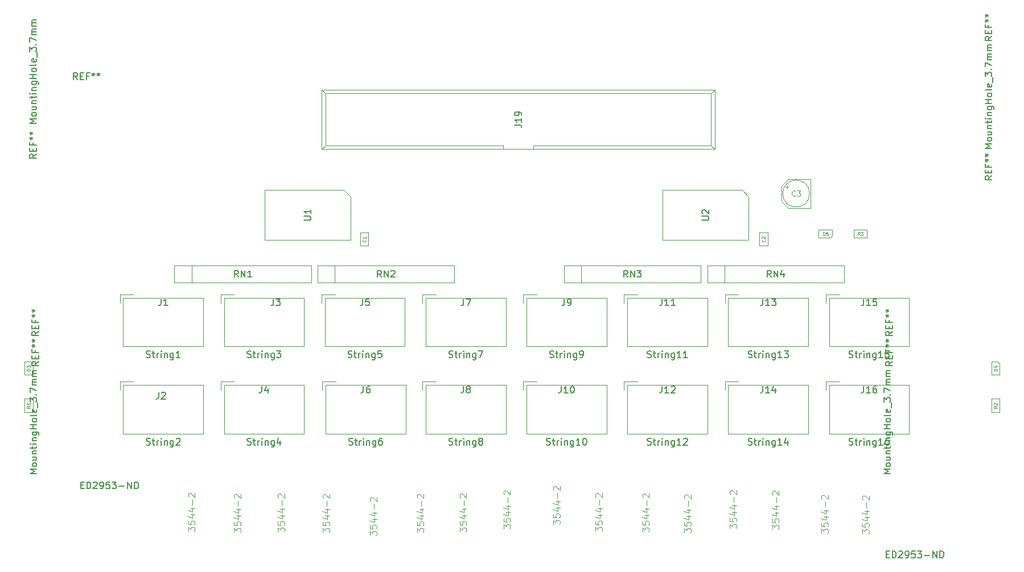
<source format=gbr>
G04 #@! TF.GenerationSoftware,KiCad,Pcbnew,(6.0.5)*
G04 #@! TF.CreationDate,2022-05-09T00:24:36-04:00*
G04 #@! TF.ProjectId,PB_16,50425f31-362e-46b6-9963-61645f706362,v2*
G04 #@! TF.SameCoordinates,Original*
G04 #@! TF.FileFunction,AssemblyDrawing,Top*
%FSLAX46Y46*%
G04 Gerber Fmt 4.6, Leading zero omitted, Abs format (unit mm)*
G04 Created by KiCad (PCBNEW (6.0.5)) date 2022-05-09 00:24:36*
%MOMM*%
%LPD*%
G01*
G04 APERTURE LIST*
%ADD10C,0.120000*%
%ADD11C,0.080000*%
%ADD12C,0.150000*%
%ADD13C,0.050000*%
%ADD14C,0.100000*%
G04 APERTURE END LIST*
D10*
X186617666Y-97103514D02*
X186579571Y-97141609D01*
X186465285Y-97179704D01*
X186389095Y-97179704D01*
X186274809Y-97141609D01*
X186198619Y-97065419D01*
X186160523Y-96989228D01*
X186122428Y-96836847D01*
X186122428Y-96722561D01*
X186160523Y-96570180D01*
X186198619Y-96493990D01*
X186274809Y-96417800D01*
X186389095Y-96379704D01*
X186465285Y-96379704D01*
X186579571Y-96417800D01*
X186617666Y-96455895D01*
X186884333Y-96379704D02*
X187379571Y-96379704D01*
X187112904Y-96684466D01*
X187227190Y-96684466D01*
X187303380Y-96722561D01*
X187341476Y-96760657D01*
X187379571Y-96836847D01*
X187379571Y-97027323D01*
X187341476Y-97103514D01*
X187303380Y-97141609D01*
X187227190Y-97179704D01*
X186998619Y-97179704D01*
X186922428Y-97141609D01*
X186884333Y-97103514D01*
D11*
X182079571Y-103701133D02*
X182103380Y-103724942D01*
X182127190Y-103796371D01*
X182127190Y-103843990D01*
X182103380Y-103915419D01*
X182055761Y-103963038D01*
X182008142Y-103986847D01*
X181912904Y-104010657D01*
X181841476Y-104010657D01*
X181746238Y-103986847D01*
X181698619Y-103963038D01*
X181651000Y-103915419D01*
X181627190Y-103843990D01*
X181627190Y-103796371D01*
X181651000Y-103724942D01*
X181674809Y-103701133D01*
X181674809Y-103510657D02*
X181651000Y-103486847D01*
X181627190Y-103439228D01*
X181627190Y-103320180D01*
X181651000Y-103272561D01*
X181674809Y-103248752D01*
X181722428Y-103224942D01*
X181770047Y-103224942D01*
X181841476Y-103248752D01*
X182127190Y-103534466D01*
X182127190Y-103224942D01*
D12*
X90100000Y-134204761D02*
X90242857Y-134252380D01*
X90480952Y-134252380D01*
X90576190Y-134204761D01*
X90623809Y-134157142D01*
X90671428Y-134061904D01*
X90671428Y-133966666D01*
X90623809Y-133871428D01*
X90576190Y-133823809D01*
X90480952Y-133776190D01*
X90290476Y-133728571D01*
X90195238Y-133680952D01*
X90147619Y-133633333D01*
X90100000Y-133538095D01*
X90100000Y-133442857D01*
X90147619Y-133347619D01*
X90195238Y-133300000D01*
X90290476Y-133252380D01*
X90528571Y-133252380D01*
X90671428Y-133300000D01*
X90957142Y-133585714D02*
X91338095Y-133585714D01*
X91100000Y-133252380D02*
X91100000Y-134109523D01*
X91147619Y-134204761D01*
X91242857Y-134252380D01*
X91338095Y-134252380D01*
X91671428Y-134252380D02*
X91671428Y-133585714D01*
X91671428Y-133776190D02*
X91719047Y-133680952D01*
X91766666Y-133633333D01*
X91861904Y-133585714D01*
X91957142Y-133585714D01*
X92290476Y-134252380D02*
X92290476Y-133585714D01*
X92290476Y-133252380D02*
X92242857Y-133300000D01*
X92290476Y-133347619D01*
X92338095Y-133300000D01*
X92290476Y-133252380D01*
X92290476Y-133347619D01*
X92766666Y-133585714D02*
X92766666Y-134252380D01*
X92766666Y-133680952D02*
X92814285Y-133633333D01*
X92909523Y-133585714D01*
X93052380Y-133585714D01*
X93147619Y-133633333D01*
X93195238Y-133728571D01*
X93195238Y-134252380D01*
X94100000Y-133585714D02*
X94100000Y-134395238D01*
X94052380Y-134490476D01*
X94004761Y-134538095D01*
X93909523Y-134585714D01*
X93766666Y-134585714D01*
X93671428Y-134538095D01*
X94100000Y-134204761D02*
X94004761Y-134252380D01*
X93814285Y-134252380D01*
X93719047Y-134204761D01*
X93671428Y-134157142D01*
X93623809Y-134061904D01*
X93623809Y-133776190D01*
X93671428Y-133680952D01*
X93719047Y-133633333D01*
X93814285Y-133585714D01*
X94004761Y-133585714D01*
X94100000Y-133633333D01*
X94528571Y-133347619D02*
X94576190Y-133300000D01*
X94671428Y-133252380D01*
X94909523Y-133252380D01*
X95004761Y-133300000D01*
X95052380Y-133347619D01*
X95100000Y-133442857D01*
X95100000Y-133538095D01*
X95052380Y-133680952D01*
X94480952Y-134252380D01*
X95100000Y-134252380D01*
X91925166Y-126393680D02*
X91925166Y-127107966D01*
X91877547Y-127250823D01*
X91782309Y-127346061D01*
X91639452Y-127393680D01*
X91544214Y-127393680D01*
X92353738Y-126488919D02*
X92401357Y-126441300D01*
X92496595Y-126393680D01*
X92734690Y-126393680D01*
X92829928Y-126441300D01*
X92877547Y-126488919D01*
X92925166Y-126584157D01*
X92925166Y-126679395D01*
X92877547Y-126822252D01*
X92306119Y-127393680D01*
X92925166Y-127393680D01*
X120100000Y-121204761D02*
X120242857Y-121252380D01*
X120480952Y-121252380D01*
X120576190Y-121204761D01*
X120623809Y-121157142D01*
X120671428Y-121061904D01*
X120671428Y-120966666D01*
X120623809Y-120871428D01*
X120576190Y-120823809D01*
X120480952Y-120776190D01*
X120290476Y-120728571D01*
X120195238Y-120680952D01*
X120147619Y-120633333D01*
X120100000Y-120538095D01*
X120100000Y-120442857D01*
X120147619Y-120347619D01*
X120195238Y-120300000D01*
X120290476Y-120252380D01*
X120528571Y-120252380D01*
X120671428Y-120300000D01*
X120957142Y-120585714D02*
X121338095Y-120585714D01*
X121100000Y-120252380D02*
X121100000Y-121109523D01*
X121147619Y-121204761D01*
X121242857Y-121252380D01*
X121338095Y-121252380D01*
X121671428Y-121252380D02*
X121671428Y-120585714D01*
X121671428Y-120776190D02*
X121719047Y-120680952D01*
X121766666Y-120633333D01*
X121861904Y-120585714D01*
X121957142Y-120585714D01*
X122290476Y-121252380D02*
X122290476Y-120585714D01*
X122290476Y-120252380D02*
X122242857Y-120300000D01*
X122290476Y-120347619D01*
X122338095Y-120300000D01*
X122290476Y-120252380D01*
X122290476Y-120347619D01*
X122766666Y-120585714D02*
X122766666Y-121252380D01*
X122766666Y-120680952D02*
X122814285Y-120633333D01*
X122909523Y-120585714D01*
X123052380Y-120585714D01*
X123147619Y-120633333D01*
X123195238Y-120728571D01*
X123195238Y-121252380D01*
X124100000Y-120585714D02*
X124100000Y-121395238D01*
X124052380Y-121490476D01*
X124004761Y-121538095D01*
X123909523Y-121585714D01*
X123766666Y-121585714D01*
X123671428Y-121538095D01*
X124100000Y-121204761D02*
X124004761Y-121252380D01*
X123814285Y-121252380D01*
X123719047Y-121204761D01*
X123671428Y-121157142D01*
X123623809Y-121061904D01*
X123623809Y-120776190D01*
X123671428Y-120680952D01*
X123719047Y-120633333D01*
X123814285Y-120585714D01*
X124004761Y-120585714D01*
X124100000Y-120633333D01*
X125052380Y-120252380D02*
X124576190Y-120252380D01*
X124528571Y-120728571D01*
X124576190Y-120680952D01*
X124671428Y-120633333D01*
X124909523Y-120633333D01*
X125004761Y-120680952D01*
X125052380Y-120728571D01*
X125100000Y-120823809D01*
X125100000Y-121061904D01*
X125052380Y-121157142D01*
X125004761Y-121204761D01*
X124909523Y-121252380D01*
X124671428Y-121252380D01*
X124576190Y-121204761D01*
X124528571Y-121157142D01*
X122266666Y-112502380D02*
X122266666Y-113216666D01*
X122219047Y-113359523D01*
X122123809Y-113454761D01*
X121980952Y-113502380D01*
X121885714Y-113502380D01*
X123219047Y-112502380D02*
X122742857Y-112502380D01*
X122695238Y-112978571D01*
X122742857Y-112930952D01*
X122838095Y-112883333D01*
X123076190Y-112883333D01*
X123171428Y-112930952D01*
X123219047Y-112978571D01*
X123266666Y-113073809D01*
X123266666Y-113311904D01*
X123219047Y-113407142D01*
X123171428Y-113454761D01*
X123076190Y-113502380D01*
X122838095Y-113502380D01*
X122742857Y-113454761D01*
X122695238Y-113407142D01*
X120214342Y-134204761D02*
X120357199Y-134252380D01*
X120595294Y-134252380D01*
X120690532Y-134204761D01*
X120738151Y-134157142D01*
X120785770Y-134061904D01*
X120785770Y-133966666D01*
X120738151Y-133871428D01*
X120690532Y-133823809D01*
X120595294Y-133776190D01*
X120404818Y-133728571D01*
X120309580Y-133680952D01*
X120261961Y-133633333D01*
X120214342Y-133538095D01*
X120214342Y-133442857D01*
X120261961Y-133347619D01*
X120309580Y-133300000D01*
X120404818Y-133252380D01*
X120642913Y-133252380D01*
X120785770Y-133300000D01*
X121071484Y-133585714D02*
X121452437Y-133585714D01*
X121214342Y-133252380D02*
X121214342Y-134109523D01*
X121261961Y-134204761D01*
X121357199Y-134252380D01*
X121452437Y-134252380D01*
X121785770Y-134252380D02*
X121785770Y-133585714D01*
X121785770Y-133776190D02*
X121833389Y-133680952D01*
X121881008Y-133633333D01*
X121976246Y-133585714D01*
X122071484Y-133585714D01*
X122404818Y-134252380D02*
X122404818Y-133585714D01*
X122404818Y-133252380D02*
X122357199Y-133300000D01*
X122404818Y-133347619D01*
X122452437Y-133300000D01*
X122404818Y-133252380D01*
X122404818Y-133347619D01*
X122881008Y-133585714D02*
X122881008Y-134252380D01*
X122881008Y-133680952D02*
X122928627Y-133633333D01*
X123023865Y-133585714D01*
X123166722Y-133585714D01*
X123261961Y-133633333D01*
X123309580Y-133728571D01*
X123309580Y-134252380D01*
X124214342Y-133585714D02*
X124214342Y-134395238D01*
X124166722Y-134490476D01*
X124119103Y-134538095D01*
X124023865Y-134585714D01*
X123881008Y-134585714D01*
X123785770Y-134538095D01*
X124214342Y-134204761D02*
X124119103Y-134252380D01*
X123928627Y-134252380D01*
X123833389Y-134204761D01*
X123785770Y-134157142D01*
X123738151Y-134061904D01*
X123738151Y-133776190D01*
X123785770Y-133680952D01*
X123833389Y-133633333D01*
X123928627Y-133585714D01*
X124119103Y-133585714D01*
X124214342Y-133633333D01*
X125119103Y-133252380D02*
X124928627Y-133252380D01*
X124833389Y-133300000D01*
X124785770Y-133347619D01*
X124690532Y-133490476D01*
X124642913Y-133680952D01*
X124642913Y-134061904D01*
X124690532Y-134157142D01*
X124738151Y-134204761D01*
X124833389Y-134252380D01*
X125023865Y-134252380D01*
X125119103Y-134204761D01*
X125166722Y-134157142D01*
X125214342Y-134061904D01*
X125214342Y-133823809D01*
X125166722Y-133728571D01*
X125119103Y-133680952D01*
X125023865Y-133633333D01*
X124833389Y-133633333D01*
X124738151Y-133680952D01*
X124690532Y-133728571D01*
X124642913Y-133823809D01*
X122381008Y-125502380D02*
X122381008Y-126216666D01*
X122333389Y-126359523D01*
X122238151Y-126454761D01*
X122095294Y-126502380D01*
X122000056Y-126502380D01*
X123285770Y-125502380D02*
X123095294Y-125502380D01*
X123000056Y-125550000D01*
X122952437Y-125597619D01*
X122857199Y-125740476D01*
X122809580Y-125930952D01*
X122809580Y-126311904D01*
X122857199Y-126407142D01*
X122904818Y-126454761D01*
X123000056Y-126502380D01*
X123190532Y-126502380D01*
X123285770Y-126454761D01*
X123333389Y-126407142D01*
X123381008Y-126311904D01*
X123381008Y-126073809D01*
X123333389Y-125978571D01*
X123285770Y-125930952D01*
X123190532Y-125883333D01*
X123000056Y-125883333D01*
X122904818Y-125930952D01*
X122857199Y-125978571D01*
X122809580Y-126073809D01*
X135100000Y-121204761D02*
X135242857Y-121252380D01*
X135480952Y-121252380D01*
X135576190Y-121204761D01*
X135623809Y-121157142D01*
X135671428Y-121061904D01*
X135671428Y-120966666D01*
X135623809Y-120871428D01*
X135576190Y-120823809D01*
X135480952Y-120776190D01*
X135290476Y-120728571D01*
X135195238Y-120680952D01*
X135147619Y-120633333D01*
X135100000Y-120538095D01*
X135100000Y-120442857D01*
X135147619Y-120347619D01*
X135195238Y-120300000D01*
X135290476Y-120252380D01*
X135528571Y-120252380D01*
X135671428Y-120300000D01*
X135957142Y-120585714D02*
X136338095Y-120585714D01*
X136100000Y-120252380D02*
X136100000Y-121109523D01*
X136147619Y-121204761D01*
X136242857Y-121252380D01*
X136338095Y-121252380D01*
X136671428Y-121252380D02*
X136671428Y-120585714D01*
X136671428Y-120776190D02*
X136719047Y-120680952D01*
X136766666Y-120633333D01*
X136861904Y-120585714D01*
X136957142Y-120585714D01*
X137290476Y-121252380D02*
X137290476Y-120585714D01*
X137290476Y-120252380D02*
X137242857Y-120300000D01*
X137290476Y-120347619D01*
X137338095Y-120300000D01*
X137290476Y-120252380D01*
X137290476Y-120347619D01*
X137766666Y-120585714D02*
X137766666Y-121252380D01*
X137766666Y-120680952D02*
X137814285Y-120633333D01*
X137909523Y-120585714D01*
X138052380Y-120585714D01*
X138147619Y-120633333D01*
X138195238Y-120728571D01*
X138195238Y-121252380D01*
X139100000Y-120585714D02*
X139100000Y-121395238D01*
X139052380Y-121490476D01*
X139004761Y-121538095D01*
X138909523Y-121585714D01*
X138766666Y-121585714D01*
X138671428Y-121538095D01*
X139100000Y-121204761D02*
X139004761Y-121252380D01*
X138814285Y-121252380D01*
X138719047Y-121204761D01*
X138671428Y-121157142D01*
X138623809Y-121061904D01*
X138623809Y-120776190D01*
X138671428Y-120680952D01*
X138719047Y-120633333D01*
X138814285Y-120585714D01*
X139004761Y-120585714D01*
X139100000Y-120633333D01*
X139480952Y-120252380D02*
X140147619Y-120252380D01*
X139719047Y-121252380D01*
X137266666Y-112502380D02*
X137266666Y-113216666D01*
X137219047Y-113359523D01*
X137123809Y-113454761D01*
X136980952Y-113502380D01*
X136885714Y-113502380D01*
X137647619Y-112502380D02*
X138314285Y-112502380D01*
X137885714Y-113502380D01*
X135100000Y-134204761D02*
X135242857Y-134252380D01*
X135480952Y-134252380D01*
X135576190Y-134204761D01*
X135623809Y-134157142D01*
X135671428Y-134061904D01*
X135671428Y-133966666D01*
X135623809Y-133871428D01*
X135576190Y-133823809D01*
X135480952Y-133776190D01*
X135290476Y-133728571D01*
X135195238Y-133680952D01*
X135147619Y-133633333D01*
X135100000Y-133538095D01*
X135100000Y-133442857D01*
X135147619Y-133347619D01*
X135195238Y-133300000D01*
X135290476Y-133252380D01*
X135528571Y-133252380D01*
X135671428Y-133300000D01*
X135957142Y-133585714D02*
X136338095Y-133585714D01*
X136100000Y-133252380D02*
X136100000Y-134109523D01*
X136147619Y-134204761D01*
X136242857Y-134252380D01*
X136338095Y-134252380D01*
X136671428Y-134252380D02*
X136671428Y-133585714D01*
X136671428Y-133776190D02*
X136719047Y-133680952D01*
X136766666Y-133633333D01*
X136861904Y-133585714D01*
X136957142Y-133585714D01*
X137290476Y-134252380D02*
X137290476Y-133585714D01*
X137290476Y-133252380D02*
X137242857Y-133300000D01*
X137290476Y-133347619D01*
X137338095Y-133300000D01*
X137290476Y-133252380D01*
X137290476Y-133347619D01*
X137766666Y-133585714D02*
X137766666Y-134252380D01*
X137766666Y-133680952D02*
X137814285Y-133633333D01*
X137909523Y-133585714D01*
X138052380Y-133585714D01*
X138147619Y-133633333D01*
X138195238Y-133728571D01*
X138195238Y-134252380D01*
X139100000Y-133585714D02*
X139100000Y-134395238D01*
X139052380Y-134490476D01*
X139004761Y-134538095D01*
X138909523Y-134585714D01*
X138766666Y-134585714D01*
X138671428Y-134538095D01*
X139100000Y-134204761D02*
X139004761Y-134252380D01*
X138814285Y-134252380D01*
X138719047Y-134204761D01*
X138671428Y-134157142D01*
X138623809Y-134061904D01*
X138623809Y-133776190D01*
X138671428Y-133680952D01*
X138719047Y-133633333D01*
X138814285Y-133585714D01*
X139004761Y-133585714D01*
X139100000Y-133633333D01*
X139719047Y-133680952D02*
X139623809Y-133633333D01*
X139576190Y-133585714D01*
X139528571Y-133490476D01*
X139528571Y-133442857D01*
X139576190Y-133347619D01*
X139623809Y-133300000D01*
X139719047Y-133252380D01*
X139909523Y-133252380D01*
X140004761Y-133300000D01*
X140052380Y-133347619D01*
X140100000Y-133442857D01*
X140100000Y-133490476D01*
X140052380Y-133585714D01*
X140004761Y-133633333D01*
X139909523Y-133680952D01*
X139719047Y-133680952D01*
X139623809Y-133728571D01*
X139576190Y-133776190D01*
X139528571Y-133871428D01*
X139528571Y-134061904D01*
X139576190Y-134157142D01*
X139623809Y-134204761D01*
X139719047Y-134252380D01*
X139909523Y-134252380D01*
X140004761Y-134204761D01*
X140052380Y-134157142D01*
X140100000Y-134061904D01*
X140100000Y-133871428D01*
X140052380Y-133776190D01*
X140004761Y-133728571D01*
X139909523Y-133680952D01*
X137266666Y-125502380D02*
X137266666Y-126216666D01*
X137219047Y-126359523D01*
X137123809Y-126454761D01*
X136980952Y-126502380D01*
X136885714Y-126502380D01*
X137885714Y-125930952D02*
X137790476Y-125883333D01*
X137742857Y-125835714D01*
X137695238Y-125740476D01*
X137695238Y-125692857D01*
X137742857Y-125597619D01*
X137790476Y-125550000D01*
X137885714Y-125502380D01*
X138076190Y-125502380D01*
X138171428Y-125550000D01*
X138219047Y-125597619D01*
X138266666Y-125692857D01*
X138266666Y-125740476D01*
X138219047Y-125835714D01*
X138171428Y-125883333D01*
X138076190Y-125930952D01*
X137885714Y-125930952D01*
X137790476Y-125978571D01*
X137742857Y-126026190D01*
X137695238Y-126121428D01*
X137695238Y-126311904D01*
X137742857Y-126407142D01*
X137790476Y-126454761D01*
X137885714Y-126502380D01*
X138076190Y-126502380D01*
X138171428Y-126454761D01*
X138219047Y-126407142D01*
X138266666Y-126311904D01*
X138266666Y-126121428D01*
X138219047Y-126026190D01*
X138171428Y-125978571D01*
X138076190Y-125930952D01*
X150100000Y-121204761D02*
X150242857Y-121252380D01*
X150480952Y-121252380D01*
X150576190Y-121204761D01*
X150623809Y-121157142D01*
X150671428Y-121061904D01*
X150671428Y-120966666D01*
X150623809Y-120871428D01*
X150576190Y-120823809D01*
X150480952Y-120776190D01*
X150290476Y-120728571D01*
X150195238Y-120680952D01*
X150147619Y-120633333D01*
X150100000Y-120538095D01*
X150100000Y-120442857D01*
X150147619Y-120347619D01*
X150195238Y-120300000D01*
X150290476Y-120252380D01*
X150528571Y-120252380D01*
X150671428Y-120300000D01*
X150957142Y-120585714D02*
X151338095Y-120585714D01*
X151100000Y-120252380D02*
X151100000Y-121109523D01*
X151147619Y-121204761D01*
X151242857Y-121252380D01*
X151338095Y-121252380D01*
X151671428Y-121252380D02*
X151671428Y-120585714D01*
X151671428Y-120776190D02*
X151719047Y-120680952D01*
X151766666Y-120633333D01*
X151861904Y-120585714D01*
X151957142Y-120585714D01*
X152290476Y-121252380D02*
X152290476Y-120585714D01*
X152290476Y-120252380D02*
X152242857Y-120300000D01*
X152290476Y-120347619D01*
X152338095Y-120300000D01*
X152290476Y-120252380D01*
X152290476Y-120347619D01*
X152766666Y-120585714D02*
X152766666Y-121252380D01*
X152766666Y-120680952D02*
X152814285Y-120633333D01*
X152909523Y-120585714D01*
X153052380Y-120585714D01*
X153147619Y-120633333D01*
X153195238Y-120728571D01*
X153195238Y-121252380D01*
X154100000Y-120585714D02*
X154100000Y-121395238D01*
X154052380Y-121490476D01*
X154004761Y-121538095D01*
X153909523Y-121585714D01*
X153766666Y-121585714D01*
X153671428Y-121538095D01*
X154100000Y-121204761D02*
X154004761Y-121252380D01*
X153814285Y-121252380D01*
X153719047Y-121204761D01*
X153671428Y-121157142D01*
X153623809Y-121061904D01*
X153623809Y-120776190D01*
X153671428Y-120680952D01*
X153719047Y-120633333D01*
X153814285Y-120585714D01*
X154004761Y-120585714D01*
X154100000Y-120633333D01*
X154623809Y-121252380D02*
X154814285Y-121252380D01*
X154909523Y-121204761D01*
X154957142Y-121157142D01*
X155052380Y-121014285D01*
X155100000Y-120823809D01*
X155100000Y-120442857D01*
X155052380Y-120347619D01*
X155004761Y-120300000D01*
X154909523Y-120252380D01*
X154719047Y-120252380D01*
X154623809Y-120300000D01*
X154576190Y-120347619D01*
X154528571Y-120442857D01*
X154528571Y-120680952D01*
X154576190Y-120776190D01*
X154623809Y-120823809D01*
X154719047Y-120871428D01*
X154909523Y-120871428D01*
X155004761Y-120823809D01*
X155052380Y-120776190D01*
X155100000Y-120680952D01*
X152266666Y-112502380D02*
X152266666Y-113216666D01*
X152219047Y-113359523D01*
X152123809Y-113454761D01*
X151980952Y-113502380D01*
X151885714Y-113502380D01*
X152790476Y-113502380D02*
X152980952Y-113502380D01*
X153076190Y-113454761D01*
X153123809Y-113407142D01*
X153219047Y-113264285D01*
X153266666Y-113073809D01*
X153266666Y-112692857D01*
X153219047Y-112597619D01*
X153171428Y-112550000D01*
X153076190Y-112502380D01*
X152885714Y-112502380D01*
X152790476Y-112550000D01*
X152742857Y-112597619D01*
X152695238Y-112692857D01*
X152695238Y-112930952D01*
X152742857Y-113026190D01*
X152790476Y-113073809D01*
X152885714Y-113121428D01*
X153076190Y-113121428D01*
X153171428Y-113073809D01*
X153219047Y-113026190D01*
X153266666Y-112930952D01*
X149623809Y-134204761D02*
X149766666Y-134252380D01*
X150004761Y-134252380D01*
X150100000Y-134204761D01*
X150147619Y-134157142D01*
X150195238Y-134061904D01*
X150195238Y-133966666D01*
X150147619Y-133871428D01*
X150100000Y-133823809D01*
X150004761Y-133776190D01*
X149814285Y-133728571D01*
X149719047Y-133680952D01*
X149671428Y-133633333D01*
X149623809Y-133538095D01*
X149623809Y-133442857D01*
X149671428Y-133347619D01*
X149719047Y-133300000D01*
X149814285Y-133252380D01*
X150052380Y-133252380D01*
X150195238Y-133300000D01*
X150480952Y-133585714D02*
X150861904Y-133585714D01*
X150623809Y-133252380D02*
X150623809Y-134109523D01*
X150671428Y-134204761D01*
X150766666Y-134252380D01*
X150861904Y-134252380D01*
X151195238Y-134252380D02*
X151195238Y-133585714D01*
X151195238Y-133776190D02*
X151242857Y-133680952D01*
X151290476Y-133633333D01*
X151385714Y-133585714D01*
X151480952Y-133585714D01*
X151814285Y-134252380D02*
X151814285Y-133585714D01*
X151814285Y-133252380D02*
X151766666Y-133300000D01*
X151814285Y-133347619D01*
X151861904Y-133300000D01*
X151814285Y-133252380D01*
X151814285Y-133347619D01*
X152290476Y-133585714D02*
X152290476Y-134252380D01*
X152290476Y-133680952D02*
X152338095Y-133633333D01*
X152433333Y-133585714D01*
X152576190Y-133585714D01*
X152671428Y-133633333D01*
X152719047Y-133728571D01*
X152719047Y-134252380D01*
X153623809Y-133585714D02*
X153623809Y-134395238D01*
X153576190Y-134490476D01*
X153528571Y-134538095D01*
X153433333Y-134585714D01*
X153290476Y-134585714D01*
X153195238Y-134538095D01*
X153623809Y-134204761D02*
X153528571Y-134252380D01*
X153338095Y-134252380D01*
X153242857Y-134204761D01*
X153195238Y-134157142D01*
X153147619Y-134061904D01*
X153147619Y-133776190D01*
X153195238Y-133680952D01*
X153242857Y-133633333D01*
X153338095Y-133585714D01*
X153528571Y-133585714D01*
X153623809Y-133633333D01*
X154623809Y-134252380D02*
X154052380Y-134252380D01*
X154338095Y-134252380D02*
X154338095Y-133252380D01*
X154242857Y-133395238D01*
X154147619Y-133490476D01*
X154052380Y-133538095D01*
X155242857Y-133252380D02*
X155338095Y-133252380D01*
X155433333Y-133300000D01*
X155480952Y-133347619D01*
X155528571Y-133442857D01*
X155576190Y-133633333D01*
X155576190Y-133871428D01*
X155528571Y-134061904D01*
X155480952Y-134157142D01*
X155433333Y-134204761D01*
X155338095Y-134252380D01*
X155242857Y-134252380D01*
X155147619Y-134204761D01*
X155100000Y-134157142D01*
X155052380Y-134061904D01*
X155004761Y-133871428D01*
X155004761Y-133633333D01*
X155052380Y-133442857D01*
X155100000Y-133347619D01*
X155147619Y-133300000D01*
X155242857Y-133252380D01*
X151790476Y-125502380D02*
X151790476Y-126216666D01*
X151742857Y-126359523D01*
X151647619Y-126454761D01*
X151504761Y-126502380D01*
X151409523Y-126502380D01*
X152790476Y-126502380D02*
X152219047Y-126502380D01*
X152504761Y-126502380D02*
X152504761Y-125502380D01*
X152409523Y-125645238D01*
X152314285Y-125740476D01*
X152219047Y-125788095D01*
X153409523Y-125502380D02*
X153504761Y-125502380D01*
X153600000Y-125550000D01*
X153647619Y-125597619D01*
X153695238Y-125692857D01*
X153742857Y-125883333D01*
X153742857Y-126121428D01*
X153695238Y-126311904D01*
X153647619Y-126407142D01*
X153600000Y-126454761D01*
X153504761Y-126502380D01*
X153409523Y-126502380D01*
X153314285Y-126454761D01*
X153266666Y-126407142D01*
X153219047Y-126311904D01*
X153171428Y-126121428D01*
X153171428Y-125883333D01*
X153219047Y-125692857D01*
X153266666Y-125597619D01*
X153314285Y-125550000D01*
X153409523Y-125502380D01*
X164623809Y-121204761D02*
X164766666Y-121252380D01*
X165004761Y-121252380D01*
X165100000Y-121204761D01*
X165147619Y-121157142D01*
X165195238Y-121061904D01*
X165195238Y-120966666D01*
X165147619Y-120871428D01*
X165100000Y-120823809D01*
X165004761Y-120776190D01*
X164814285Y-120728571D01*
X164719047Y-120680952D01*
X164671428Y-120633333D01*
X164623809Y-120538095D01*
X164623809Y-120442857D01*
X164671428Y-120347619D01*
X164719047Y-120300000D01*
X164814285Y-120252380D01*
X165052380Y-120252380D01*
X165195238Y-120300000D01*
X165480952Y-120585714D02*
X165861904Y-120585714D01*
X165623809Y-120252380D02*
X165623809Y-121109523D01*
X165671428Y-121204761D01*
X165766666Y-121252380D01*
X165861904Y-121252380D01*
X166195238Y-121252380D02*
X166195238Y-120585714D01*
X166195238Y-120776190D02*
X166242857Y-120680952D01*
X166290476Y-120633333D01*
X166385714Y-120585714D01*
X166480952Y-120585714D01*
X166814285Y-121252380D02*
X166814285Y-120585714D01*
X166814285Y-120252380D02*
X166766666Y-120300000D01*
X166814285Y-120347619D01*
X166861904Y-120300000D01*
X166814285Y-120252380D01*
X166814285Y-120347619D01*
X167290476Y-120585714D02*
X167290476Y-121252380D01*
X167290476Y-120680952D02*
X167338095Y-120633333D01*
X167433333Y-120585714D01*
X167576190Y-120585714D01*
X167671428Y-120633333D01*
X167719047Y-120728571D01*
X167719047Y-121252380D01*
X168623809Y-120585714D02*
X168623809Y-121395238D01*
X168576190Y-121490476D01*
X168528571Y-121538095D01*
X168433333Y-121585714D01*
X168290476Y-121585714D01*
X168195238Y-121538095D01*
X168623809Y-121204761D02*
X168528571Y-121252380D01*
X168338095Y-121252380D01*
X168242857Y-121204761D01*
X168195238Y-121157142D01*
X168147619Y-121061904D01*
X168147619Y-120776190D01*
X168195238Y-120680952D01*
X168242857Y-120633333D01*
X168338095Y-120585714D01*
X168528571Y-120585714D01*
X168623809Y-120633333D01*
X169623809Y-121252380D02*
X169052380Y-121252380D01*
X169338095Y-121252380D02*
X169338095Y-120252380D01*
X169242857Y-120395238D01*
X169147619Y-120490476D01*
X169052380Y-120538095D01*
X170576190Y-121252380D02*
X170004761Y-121252380D01*
X170290476Y-121252380D02*
X170290476Y-120252380D01*
X170195238Y-120395238D01*
X170100000Y-120490476D01*
X170004761Y-120538095D01*
X166790476Y-112502380D02*
X166790476Y-113216666D01*
X166742857Y-113359523D01*
X166647619Y-113454761D01*
X166504761Y-113502380D01*
X166409523Y-113502380D01*
X167790476Y-113502380D02*
X167219047Y-113502380D01*
X167504761Y-113502380D02*
X167504761Y-112502380D01*
X167409523Y-112645238D01*
X167314285Y-112740476D01*
X167219047Y-112788095D01*
X168742857Y-113502380D02*
X168171428Y-113502380D01*
X168457142Y-113502380D02*
X168457142Y-112502380D01*
X168361904Y-112645238D01*
X168266666Y-112740476D01*
X168171428Y-112788095D01*
X164623809Y-134204761D02*
X164766666Y-134252380D01*
X165004761Y-134252380D01*
X165100000Y-134204761D01*
X165147619Y-134157142D01*
X165195238Y-134061904D01*
X165195238Y-133966666D01*
X165147619Y-133871428D01*
X165100000Y-133823809D01*
X165004761Y-133776190D01*
X164814285Y-133728571D01*
X164719047Y-133680952D01*
X164671428Y-133633333D01*
X164623809Y-133538095D01*
X164623809Y-133442857D01*
X164671428Y-133347619D01*
X164719047Y-133300000D01*
X164814285Y-133252380D01*
X165052380Y-133252380D01*
X165195238Y-133300000D01*
X165480952Y-133585714D02*
X165861904Y-133585714D01*
X165623809Y-133252380D02*
X165623809Y-134109523D01*
X165671428Y-134204761D01*
X165766666Y-134252380D01*
X165861904Y-134252380D01*
X166195238Y-134252380D02*
X166195238Y-133585714D01*
X166195238Y-133776190D02*
X166242857Y-133680952D01*
X166290476Y-133633333D01*
X166385714Y-133585714D01*
X166480952Y-133585714D01*
X166814285Y-134252380D02*
X166814285Y-133585714D01*
X166814285Y-133252380D02*
X166766666Y-133300000D01*
X166814285Y-133347619D01*
X166861904Y-133300000D01*
X166814285Y-133252380D01*
X166814285Y-133347619D01*
X167290476Y-133585714D02*
X167290476Y-134252380D01*
X167290476Y-133680952D02*
X167338095Y-133633333D01*
X167433333Y-133585714D01*
X167576190Y-133585714D01*
X167671428Y-133633333D01*
X167719047Y-133728571D01*
X167719047Y-134252380D01*
X168623809Y-133585714D02*
X168623809Y-134395238D01*
X168576190Y-134490476D01*
X168528571Y-134538095D01*
X168433333Y-134585714D01*
X168290476Y-134585714D01*
X168195238Y-134538095D01*
X168623809Y-134204761D02*
X168528571Y-134252380D01*
X168338095Y-134252380D01*
X168242857Y-134204761D01*
X168195238Y-134157142D01*
X168147619Y-134061904D01*
X168147619Y-133776190D01*
X168195238Y-133680952D01*
X168242857Y-133633333D01*
X168338095Y-133585714D01*
X168528571Y-133585714D01*
X168623809Y-133633333D01*
X169623809Y-134252380D02*
X169052380Y-134252380D01*
X169338095Y-134252380D02*
X169338095Y-133252380D01*
X169242857Y-133395238D01*
X169147619Y-133490476D01*
X169052380Y-133538095D01*
X170004761Y-133347619D02*
X170052380Y-133300000D01*
X170147619Y-133252380D01*
X170385714Y-133252380D01*
X170480952Y-133300000D01*
X170528571Y-133347619D01*
X170576190Y-133442857D01*
X170576190Y-133538095D01*
X170528571Y-133680952D01*
X169957142Y-134252380D01*
X170576190Y-134252380D01*
X166790476Y-125502380D02*
X166790476Y-126216666D01*
X166742857Y-126359523D01*
X166647619Y-126454761D01*
X166504761Y-126502380D01*
X166409523Y-126502380D01*
X167790476Y-126502380D02*
X167219047Y-126502380D01*
X167504761Y-126502380D02*
X167504761Y-125502380D01*
X167409523Y-125645238D01*
X167314285Y-125740476D01*
X167219047Y-125788095D01*
X168171428Y-125597619D02*
X168219047Y-125550000D01*
X168314285Y-125502380D01*
X168552380Y-125502380D01*
X168647619Y-125550000D01*
X168695238Y-125597619D01*
X168742857Y-125692857D01*
X168742857Y-125788095D01*
X168695238Y-125930952D01*
X168123809Y-126502380D01*
X168742857Y-126502380D01*
X179623809Y-121204761D02*
X179766666Y-121252380D01*
X180004761Y-121252380D01*
X180100000Y-121204761D01*
X180147619Y-121157142D01*
X180195238Y-121061904D01*
X180195238Y-120966666D01*
X180147619Y-120871428D01*
X180100000Y-120823809D01*
X180004761Y-120776190D01*
X179814285Y-120728571D01*
X179719047Y-120680952D01*
X179671428Y-120633333D01*
X179623809Y-120538095D01*
X179623809Y-120442857D01*
X179671428Y-120347619D01*
X179719047Y-120300000D01*
X179814285Y-120252380D01*
X180052380Y-120252380D01*
X180195238Y-120300000D01*
X180480952Y-120585714D02*
X180861904Y-120585714D01*
X180623809Y-120252380D02*
X180623809Y-121109523D01*
X180671428Y-121204761D01*
X180766666Y-121252380D01*
X180861904Y-121252380D01*
X181195238Y-121252380D02*
X181195238Y-120585714D01*
X181195238Y-120776190D02*
X181242857Y-120680952D01*
X181290476Y-120633333D01*
X181385714Y-120585714D01*
X181480952Y-120585714D01*
X181814285Y-121252380D02*
X181814285Y-120585714D01*
X181814285Y-120252380D02*
X181766666Y-120300000D01*
X181814285Y-120347619D01*
X181861904Y-120300000D01*
X181814285Y-120252380D01*
X181814285Y-120347619D01*
X182290476Y-120585714D02*
X182290476Y-121252380D01*
X182290476Y-120680952D02*
X182338095Y-120633333D01*
X182433333Y-120585714D01*
X182576190Y-120585714D01*
X182671428Y-120633333D01*
X182719047Y-120728571D01*
X182719047Y-121252380D01*
X183623809Y-120585714D02*
X183623809Y-121395238D01*
X183576190Y-121490476D01*
X183528571Y-121538095D01*
X183433333Y-121585714D01*
X183290476Y-121585714D01*
X183195238Y-121538095D01*
X183623809Y-121204761D02*
X183528571Y-121252380D01*
X183338095Y-121252380D01*
X183242857Y-121204761D01*
X183195238Y-121157142D01*
X183147619Y-121061904D01*
X183147619Y-120776190D01*
X183195238Y-120680952D01*
X183242857Y-120633333D01*
X183338095Y-120585714D01*
X183528571Y-120585714D01*
X183623809Y-120633333D01*
X184623809Y-121252380D02*
X184052380Y-121252380D01*
X184338095Y-121252380D02*
X184338095Y-120252380D01*
X184242857Y-120395238D01*
X184147619Y-120490476D01*
X184052380Y-120538095D01*
X184957142Y-120252380D02*
X185576190Y-120252380D01*
X185242857Y-120633333D01*
X185385714Y-120633333D01*
X185480952Y-120680952D01*
X185528571Y-120728571D01*
X185576190Y-120823809D01*
X185576190Y-121061904D01*
X185528571Y-121157142D01*
X185480952Y-121204761D01*
X185385714Y-121252380D01*
X185100000Y-121252380D01*
X185004761Y-121204761D01*
X184957142Y-121157142D01*
X181790476Y-112502380D02*
X181790476Y-113216666D01*
X181742857Y-113359523D01*
X181647619Y-113454761D01*
X181504761Y-113502380D01*
X181409523Y-113502380D01*
X182790476Y-113502380D02*
X182219047Y-113502380D01*
X182504761Y-113502380D02*
X182504761Y-112502380D01*
X182409523Y-112645238D01*
X182314285Y-112740476D01*
X182219047Y-112788095D01*
X183123809Y-112502380D02*
X183742857Y-112502380D01*
X183409523Y-112883333D01*
X183552380Y-112883333D01*
X183647619Y-112930952D01*
X183695238Y-112978571D01*
X183742857Y-113073809D01*
X183742857Y-113311904D01*
X183695238Y-113407142D01*
X183647619Y-113454761D01*
X183552380Y-113502380D01*
X183266666Y-113502380D01*
X183171428Y-113454761D01*
X183123809Y-113407142D01*
X179623809Y-134204761D02*
X179766666Y-134252380D01*
X180004761Y-134252380D01*
X180100000Y-134204761D01*
X180147619Y-134157142D01*
X180195238Y-134061904D01*
X180195238Y-133966666D01*
X180147619Y-133871428D01*
X180100000Y-133823809D01*
X180004761Y-133776190D01*
X179814285Y-133728571D01*
X179719047Y-133680952D01*
X179671428Y-133633333D01*
X179623809Y-133538095D01*
X179623809Y-133442857D01*
X179671428Y-133347619D01*
X179719047Y-133300000D01*
X179814285Y-133252380D01*
X180052380Y-133252380D01*
X180195238Y-133300000D01*
X180480952Y-133585714D02*
X180861904Y-133585714D01*
X180623809Y-133252380D02*
X180623809Y-134109523D01*
X180671428Y-134204761D01*
X180766666Y-134252380D01*
X180861904Y-134252380D01*
X181195238Y-134252380D02*
X181195238Y-133585714D01*
X181195238Y-133776190D02*
X181242857Y-133680952D01*
X181290476Y-133633333D01*
X181385714Y-133585714D01*
X181480952Y-133585714D01*
X181814285Y-134252380D02*
X181814285Y-133585714D01*
X181814285Y-133252380D02*
X181766666Y-133300000D01*
X181814285Y-133347619D01*
X181861904Y-133300000D01*
X181814285Y-133252380D01*
X181814285Y-133347619D01*
X182290476Y-133585714D02*
X182290476Y-134252380D01*
X182290476Y-133680952D02*
X182338095Y-133633333D01*
X182433333Y-133585714D01*
X182576190Y-133585714D01*
X182671428Y-133633333D01*
X182719047Y-133728571D01*
X182719047Y-134252380D01*
X183623809Y-133585714D02*
X183623809Y-134395238D01*
X183576190Y-134490476D01*
X183528571Y-134538095D01*
X183433333Y-134585714D01*
X183290476Y-134585714D01*
X183195238Y-134538095D01*
X183623809Y-134204761D02*
X183528571Y-134252380D01*
X183338095Y-134252380D01*
X183242857Y-134204761D01*
X183195238Y-134157142D01*
X183147619Y-134061904D01*
X183147619Y-133776190D01*
X183195238Y-133680952D01*
X183242857Y-133633333D01*
X183338095Y-133585714D01*
X183528571Y-133585714D01*
X183623809Y-133633333D01*
X184623809Y-134252380D02*
X184052380Y-134252380D01*
X184338095Y-134252380D02*
X184338095Y-133252380D01*
X184242857Y-133395238D01*
X184147619Y-133490476D01*
X184052380Y-133538095D01*
X185480952Y-133585714D02*
X185480952Y-134252380D01*
X185242857Y-133204761D02*
X185004761Y-133919047D01*
X185623809Y-133919047D01*
X181790476Y-125502380D02*
X181790476Y-126216666D01*
X181742857Y-126359523D01*
X181647619Y-126454761D01*
X181504761Y-126502380D01*
X181409523Y-126502380D01*
X182790476Y-126502380D02*
X182219047Y-126502380D01*
X182504761Y-126502380D02*
X182504761Y-125502380D01*
X182409523Y-125645238D01*
X182314285Y-125740476D01*
X182219047Y-125788095D01*
X183647619Y-125835714D02*
X183647619Y-126502380D01*
X183409523Y-125454761D02*
X183171428Y-126169047D01*
X183790476Y-126169047D01*
X194623809Y-121204761D02*
X194766666Y-121252380D01*
X195004761Y-121252380D01*
X195100000Y-121204761D01*
X195147619Y-121157142D01*
X195195238Y-121061904D01*
X195195238Y-120966666D01*
X195147619Y-120871428D01*
X195100000Y-120823809D01*
X195004761Y-120776190D01*
X194814285Y-120728571D01*
X194719047Y-120680952D01*
X194671428Y-120633333D01*
X194623809Y-120538095D01*
X194623809Y-120442857D01*
X194671428Y-120347619D01*
X194719047Y-120300000D01*
X194814285Y-120252380D01*
X195052380Y-120252380D01*
X195195238Y-120300000D01*
X195480952Y-120585714D02*
X195861904Y-120585714D01*
X195623809Y-120252380D02*
X195623809Y-121109523D01*
X195671428Y-121204761D01*
X195766666Y-121252380D01*
X195861904Y-121252380D01*
X196195238Y-121252380D02*
X196195238Y-120585714D01*
X196195238Y-120776190D02*
X196242857Y-120680952D01*
X196290476Y-120633333D01*
X196385714Y-120585714D01*
X196480952Y-120585714D01*
X196814285Y-121252380D02*
X196814285Y-120585714D01*
X196814285Y-120252380D02*
X196766666Y-120300000D01*
X196814285Y-120347619D01*
X196861904Y-120300000D01*
X196814285Y-120252380D01*
X196814285Y-120347619D01*
X197290476Y-120585714D02*
X197290476Y-121252380D01*
X197290476Y-120680952D02*
X197338095Y-120633333D01*
X197433333Y-120585714D01*
X197576190Y-120585714D01*
X197671428Y-120633333D01*
X197719047Y-120728571D01*
X197719047Y-121252380D01*
X198623809Y-120585714D02*
X198623809Y-121395238D01*
X198576190Y-121490476D01*
X198528571Y-121538095D01*
X198433333Y-121585714D01*
X198290476Y-121585714D01*
X198195238Y-121538095D01*
X198623809Y-121204761D02*
X198528571Y-121252380D01*
X198338095Y-121252380D01*
X198242857Y-121204761D01*
X198195238Y-121157142D01*
X198147619Y-121061904D01*
X198147619Y-120776190D01*
X198195238Y-120680952D01*
X198242857Y-120633333D01*
X198338095Y-120585714D01*
X198528571Y-120585714D01*
X198623809Y-120633333D01*
X199623809Y-121252380D02*
X199052380Y-121252380D01*
X199338095Y-121252380D02*
X199338095Y-120252380D01*
X199242857Y-120395238D01*
X199147619Y-120490476D01*
X199052380Y-120538095D01*
X200528571Y-120252380D02*
X200052380Y-120252380D01*
X200004761Y-120728571D01*
X200052380Y-120680952D01*
X200147619Y-120633333D01*
X200385714Y-120633333D01*
X200480952Y-120680952D01*
X200528571Y-120728571D01*
X200576190Y-120823809D01*
X200576190Y-121061904D01*
X200528571Y-121157142D01*
X200480952Y-121204761D01*
X200385714Y-121252380D01*
X200147619Y-121252380D01*
X200052380Y-121204761D01*
X200004761Y-121157142D01*
X196790476Y-112502380D02*
X196790476Y-113216666D01*
X196742857Y-113359523D01*
X196647619Y-113454761D01*
X196504761Y-113502380D01*
X196409523Y-113502380D01*
X197790476Y-113502380D02*
X197219047Y-113502380D01*
X197504761Y-113502380D02*
X197504761Y-112502380D01*
X197409523Y-112645238D01*
X197314285Y-112740476D01*
X197219047Y-112788095D01*
X198695238Y-112502380D02*
X198219047Y-112502380D01*
X198171428Y-112978571D01*
X198219047Y-112930952D01*
X198314285Y-112883333D01*
X198552380Y-112883333D01*
X198647619Y-112930952D01*
X198695238Y-112978571D01*
X198742857Y-113073809D01*
X198742857Y-113311904D01*
X198695238Y-113407142D01*
X198647619Y-113454761D01*
X198552380Y-113502380D01*
X198314285Y-113502380D01*
X198219047Y-113454761D01*
X198171428Y-113407142D01*
X194623809Y-134204761D02*
X194766666Y-134252380D01*
X195004761Y-134252380D01*
X195100000Y-134204761D01*
X195147619Y-134157142D01*
X195195238Y-134061904D01*
X195195238Y-133966666D01*
X195147619Y-133871428D01*
X195100000Y-133823809D01*
X195004761Y-133776190D01*
X194814285Y-133728571D01*
X194719047Y-133680952D01*
X194671428Y-133633333D01*
X194623809Y-133538095D01*
X194623809Y-133442857D01*
X194671428Y-133347619D01*
X194719047Y-133300000D01*
X194814285Y-133252380D01*
X195052380Y-133252380D01*
X195195238Y-133300000D01*
X195480952Y-133585714D02*
X195861904Y-133585714D01*
X195623809Y-133252380D02*
X195623809Y-134109523D01*
X195671428Y-134204761D01*
X195766666Y-134252380D01*
X195861904Y-134252380D01*
X196195238Y-134252380D02*
X196195238Y-133585714D01*
X196195238Y-133776190D02*
X196242857Y-133680952D01*
X196290476Y-133633333D01*
X196385714Y-133585714D01*
X196480952Y-133585714D01*
X196814285Y-134252380D02*
X196814285Y-133585714D01*
X196814285Y-133252380D02*
X196766666Y-133300000D01*
X196814285Y-133347619D01*
X196861904Y-133300000D01*
X196814285Y-133252380D01*
X196814285Y-133347619D01*
X197290476Y-133585714D02*
X197290476Y-134252380D01*
X197290476Y-133680952D02*
X197338095Y-133633333D01*
X197433333Y-133585714D01*
X197576190Y-133585714D01*
X197671428Y-133633333D01*
X197719047Y-133728571D01*
X197719047Y-134252380D01*
X198623809Y-133585714D02*
X198623809Y-134395238D01*
X198576190Y-134490476D01*
X198528571Y-134538095D01*
X198433333Y-134585714D01*
X198290476Y-134585714D01*
X198195238Y-134538095D01*
X198623809Y-134204761D02*
X198528571Y-134252380D01*
X198338095Y-134252380D01*
X198242857Y-134204761D01*
X198195238Y-134157142D01*
X198147619Y-134061904D01*
X198147619Y-133776190D01*
X198195238Y-133680952D01*
X198242857Y-133633333D01*
X198338095Y-133585714D01*
X198528571Y-133585714D01*
X198623809Y-133633333D01*
X199623809Y-134252380D02*
X199052380Y-134252380D01*
X199338095Y-134252380D02*
X199338095Y-133252380D01*
X199242857Y-133395238D01*
X199147619Y-133490476D01*
X199052380Y-133538095D01*
X200480952Y-133252380D02*
X200290476Y-133252380D01*
X200195238Y-133300000D01*
X200147619Y-133347619D01*
X200052380Y-133490476D01*
X200004761Y-133680952D01*
X200004761Y-134061904D01*
X200052380Y-134157142D01*
X200100000Y-134204761D01*
X200195238Y-134252380D01*
X200385714Y-134252380D01*
X200480952Y-134204761D01*
X200528571Y-134157142D01*
X200576190Y-134061904D01*
X200576190Y-133823809D01*
X200528571Y-133728571D01*
X200480952Y-133680952D01*
X200385714Y-133633333D01*
X200195238Y-133633333D01*
X200100000Y-133680952D01*
X200052380Y-133728571D01*
X200004761Y-133823809D01*
X196790476Y-125502380D02*
X196790476Y-126216666D01*
X196742857Y-126359523D01*
X196647619Y-126454761D01*
X196504761Y-126502380D01*
X196409523Y-126502380D01*
X197790476Y-126502380D02*
X197219047Y-126502380D01*
X197504761Y-126502380D02*
X197504761Y-125502380D01*
X197409523Y-125645238D01*
X197314285Y-125740476D01*
X197219047Y-125788095D01*
X198647619Y-125502380D02*
X198457142Y-125502380D01*
X198361904Y-125550000D01*
X198314285Y-125597619D01*
X198219047Y-125740476D01*
X198171428Y-125930952D01*
X198171428Y-126311904D01*
X198219047Y-126407142D01*
X198266666Y-126454761D01*
X198361904Y-126502380D01*
X198552380Y-126502380D01*
X198647619Y-126454761D01*
X198695238Y-126407142D01*
X198742857Y-126311904D01*
X198742857Y-126073809D01*
X198695238Y-125978571D01*
X198647619Y-125930952D01*
X198552380Y-125883333D01*
X198361904Y-125883333D01*
X198266666Y-125930952D01*
X198219047Y-125978571D01*
X198171428Y-126073809D01*
D13*
X96314880Y-147088842D02*
X96314880Y-146469795D01*
X96695833Y-146803128D01*
X96695833Y-146660271D01*
X96743452Y-146565033D01*
X96791071Y-146517414D01*
X96886309Y-146469795D01*
X97124404Y-146469795D01*
X97219642Y-146517414D01*
X97267261Y-146565033D01*
X97314880Y-146660271D01*
X97314880Y-146945985D01*
X97267261Y-147041223D01*
X97219642Y-147088842D01*
X96314880Y-145565033D02*
X96314880Y-146041223D01*
X96791071Y-146088842D01*
X96743452Y-146041223D01*
X96695833Y-145945985D01*
X96695833Y-145707890D01*
X96743452Y-145612652D01*
X96791071Y-145565033D01*
X96886309Y-145517414D01*
X97124404Y-145517414D01*
X97219642Y-145565033D01*
X97267261Y-145612652D01*
X97314880Y-145707890D01*
X97314880Y-145945985D01*
X97267261Y-146041223D01*
X97219642Y-146088842D01*
X96648214Y-144660271D02*
X97314880Y-144660271D01*
X96267261Y-144898366D02*
X96981547Y-145136461D01*
X96981547Y-144517414D01*
X96648214Y-143707890D02*
X97314880Y-143707890D01*
X96267261Y-143945985D02*
X96981547Y-144184080D01*
X96981547Y-143565033D01*
X96933928Y-143184080D02*
X96933928Y-142422176D01*
X96410119Y-141993604D02*
X96362500Y-141945985D01*
X96314880Y-141850747D01*
X96314880Y-141612652D01*
X96362500Y-141517414D01*
X96410119Y-141469795D01*
X96505357Y-141422176D01*
X96600595Y-141422176D01*
X96743452Y-141469795D01*
X97314880Y-142041223D01*
X97314880Y-141422176D01*
X136700978Y-147186142D02*
X136700978Y-146567095D01*
X137081931Y-146900428D01*
X137081931Y-146757571D01*
X137129550Y-146662333D01*
X137177169Y-146614714D01*
X137272407Y-146567095D01*
X137510502Y-146567095D01*
X137605740Y-146614714D01*
X137653359Y-146662333D01*
X137700978Y-146757571D01*
X137700978Y-147043285D01*
X137653359Y-147138523D01*
X137605740Y-147186142D01*
X136700978Y-145662333D02*
X136700978Y-146138523D01*
X137177169Y-146186142D01*
X137129550Y-146138523D01*
X137081931Y-146043285D01*
X137081931Y-145805190D01*
X137129550Y-145709952D01*
X137177169Y-145662333D01*
X137272407Y-145614714D01*
X137510502Y-145614714D01*
X137605740Y-145662333D01*
X137653359Y-145709952D01*
X137700978Y-145805190D01*
X137700978Y-146043285D01*
X137653359Y-146138523D01*
X137605740Y-146186142D01*
X137034312Y-144757571D02*
X137700978Y-144757571D01*
X136653359Y-144995666D02*
X137367645Y-145233761D01*
X137367645Y-144614714D01*
X137034312Y-143805190D02*
X137700978Y-143805190D01*
X136653359Y-144043285D02*
X137367645Y-144281380D01*
X137367645Y-143662333D01*
X137320026Y-143281380D02*
X137320026Y-142519476D01*
X136796217Y-142090904D02*
X136748598Y-142043285D01*
X136700978Y-141948047D01*
X136700978Y-141709952D01*
X136748598Y-141614714D01*
X136796217Y-141567095D01*
X136891455Y-141519476D01*
X136986693Y-141519476D01*
X137129550Y-141567095D01*
X137700978Y-142138523D01*
X137700978Y-141519476D01*
X183179409Y-146775742D02*
X183179409Y-146156695D01*
X183560362Y-146490028D01*
X183560362Y-146347171D01*
X183607981Y-146251933D01*
X183655600Y-146204314D01*
X183750838Y-146156695D01*
X183988933Y-146156695D01*
X184084171Y-146204314D01*
X184131790Y-146251933D01*
X184179409Y-146347171D01*
X184179409Y-146632885D01*
X184131790Y-146728123D01*
X184084171Y-146775742D01*
X183179409Y-145251933D02*
X183179409Y-145728123D01*
X183655600Y-145775742D01*
X183607981Y-145728123D01*
X183560362Y-145632885D01*
X183560362Y-145394790D01*
X183607981Y-145299552D01*
X183655600Y-145251933D01*
X183750838Y-145204314D01*
X183988933Y-145204314D01*
X184084171Y-145251933D01*
X184131790Y-145299552D01*
X184179409Y-145394790D01*
X184179409Y-145632885D01*
X184131790Y-145728123D01*
X184084171Y-145775742D01*
X183512743Y-144347171D02*
X184179409Y-144347171D01*
X183131790Y-144585266D02*
X183846076Y-144823361D01*
X183846076Y-144204314D01*
X183512743Y-143394790D02*
X184179409Y-143394790D01*
X183131790Y-143632885D02*
X183846076Y-143870980D01*
X183846076Y-143251933D01*
X183798457Y-142870980D02*
X183798457Y-142109076D01*
X183274648Y-141680504D02*
X183227029Y-141632885D01*
X183179409Y-141537647D01*
X183179409Y-141299552D01*
X183227029Y-141204314D01*
X183274648Y-141156695D01*
X183369886Y-141109076D01*
X183465124Y-141109076D01*
X183607981Y-141156695D01*
X184179409Y-141728123D01*
X184179409Y-141109076D01*
D11*
X122679571Y-103701133D02*
X122703380Y-103724942D01*
X122727190Y-103796371D01*
X122727190Y-103843990D01*
X122703380Y-103915419D01*
X122655761Y-103963038D01*
X122608142Y-103986847D01*
X122512904Y-104010657D01*
X122441476Y-104010657D01*
X122346238Y-103986847D01*
X122298619Y-103963038D01*
X122251000Y-103915419D01*
X122227190Y-103843990D01*
X122227190Y-103796371D01*
X122251000Y-103724942D01*
X122274809Y-103701133D01*
X122727190Y-103224942D02*
X122727190Y-103510657D01*
X122727190Y-103367800D02*
X122227190Y-103367800D01*
X122298619Y-103415419D01*
X122346238Y-103463038D01*
X122370047Y-103510657D01*
D13*
X103125413Y-147241942D02*
X103125413Y-146622895D01*
X103506366Y-146956228D01*
X103506366Y-146813371D01*
X103553985Y-146718133D01*
X103601604Y-146670514D01*
X103696842Y-146622895D01*
X103934937Y-146622895D01*
X104030175Y-146670514D01*
X104077794Y-146718133D01*
X104125413Y-146813371D01*
X104125413Y-147099085D01*
X104077794Y-147194323D01*
X104030175Y-147241942D01*
X103125413Y-145718133D02*
X103125413Y-146194323D01*
X103601604Y-146241942D01*
X103553985Y-146194323D01*
X103506366Y-146099085D01*
X103506366Y-145860990D01*
X103553985Y-145765752D01*
X103601604Y-145718133D01*
X103696842Y-145670514D01*
X103934937Y-145670514D01*
X104030175Y-145718133D01*
X104077794Y-145765752D01*
X104125413Y-145860990D01*
X104125413Y-146099085D01*
X104077794Y-146194323D01*
X104030175Y-146241942D01*
X103458747Y-144813371D02*
X104125413Y-144813371D01*
X103077794Y-145051466D02*
X103792080Y-145289561D01*
X103792080Y-144670514D01*
X103458747Y-143860990D02*
X104125413Y-143860990D01*
X103077794Y-144099085D02*
X103792080Y-144337180D01*
X103792080Y-143718133D01*
X103744461Y-143337180D02*
X103744461Y-142575276D01*
X103220652Y-142146704D02*
X103173033Y-142099085D01*
X103125413Y-142003847D01*
X103125413Y-141765752D01*
X103173033Y-141670514D01*
X103220652Y-141622895D01*
X103315890Y-141575276D01*
X103411128Y-141575276D01*
X103553985Y-141622895D01*
X104125413Y-142194323D01*
X104125413Y-141575276D01*
X130352145Y-147248042D02*
X130352145Y-146628995D01*
X130733098Y-146962328D01*
X130733098Y-146819471D01*
X130780717Y-146724233D01*
X130828336Y-146676614D01*
X130923574Y-146628995D01*
X131161669Y-146628995D01*
X131256907Y-146676614D01*
X131304526Y-146724233D01*
X131352145Y-146819471D01*
X131352145Y-147105185D01*
X131304526Y-147200423D01*
X131256907Y-147248042D01*
X130352145Y-145724233D02*
X130352145Y-146200423D01*
X130828336Y-146248042D01*
X130780717Y-146200423D01*
X130733098Y-146105185D01*
X130733098Y-145867090D01*
X130780717Y-145771852D01*
X130828336Y-145724233D01*
X130923574Y-145676614D01*
X131161669Y-145676614D01*
X131256907Y-145724233D01*
X131304526Y-145771852D01*
X131352145Y-145867090D01*
X131352145Y-146105185D01*
X131304526Y-146200423D01*
X131256907Y-146248042D01*
X130685479Y-144819471D02*
X131352145Y-144819471D01*
X130304526Y-145057566D02*
X131018812Y-145295661D01*
X131018812Y-144676614D01*
X130685479Y-143867090D02*
X131352145Y-143867090D01*
X130304526Y-144105185D02*
X131018812Y-144343280D01*
X131018812Y-143724233D01*
X130971193Y-143343280D02*
X130971193Y-142581376D01*
X130447384Y-142152804D02*
X130399765Y-142105185D01*
X130352145Y-142009947D01*
X130352145Y-141771852D01*
X130399765Y-141676614D01*
X130447384Y-141628995D01*
X130542622Y-141581376D01*
X130637860Y-141581376D01*
X130780717Y-141628995D01*
X131352145Y-142200423D01*
X131352145Y-141581376D01*
X143226011Y-146710742D02*
X143226011Y-146091695D01*
X143606964Y-146425028D01*
X143606964Y-146282171D01*
X143654583Y-146186933D01*
X143702202Y-146139314D01*
X143797440Y-146091695D01*
X144035535Y-146091695D01*
X144130773Y-146139314D01*
X144178392Y-146186933D01*
X144226011Y-146282171D01*
X144226011Y-146567885D01*
X144178392Y-146663123D01*
X144130773Y-146710742D01*
X143226011Y-145186933D02*
X143226011Y-145663123D01*
X143702202Y-145710742D01*
X143654583Y-145663123D01*
X143606964Y-145567885D01*
X143606964Y-145329790D01*
X143654583Y-145234552D01*
X143702202Y-145186933D01*
X143797440Y-145139314D01*
X144035535Y-145139314D01*
X144130773Y-145186933D01*
X144178392Y-145234552D01*
X144226011Y-145329790D01*
X144226011Y-145567885D01*
X144178392Y-145663123D01*
X144130773Y-145710742D01*
X143559345Y-144282171D02*
X144226011Y-144282171D01*
X143178392Y-144520266D02*
X143892678Y-144758361D01*
X143892678Y-144139314D01*
X143559345Y-143329790D02*
X144226011Y-143329790D01*
X143178392Y-143567885D02*
X143892678Y-143805980D01*
X143892678Y-143186933D01*
X143845059Y-142805980D02*
X143845059Y-142044076D01*
X143321250Y-141615504D02*
X143273631Y-141567885D01*
X143226011Y-141472647D01*
X143226011Y-141234552D01*
X143273631Y-141139314D01*
X143321250Y-141091695D01*
X143416488Y-141044076D01*
X143511726Y-141044076D01*
X143654583Y-141091695D01*
X144226011Y-141663123D01*
X144226011Y-141044076D01*
X150596344Y-146060742D02*
X150596344Y-145441695D01*
X150977297Y-145775028D01*
X150977297Y-145632171D01*
X151024916Y-145536933D01*
X151072535Y-145489314D01*
X151167773Y-145441695D01*
X151405868Y-145441695D01*
X151501106Y-145489314D01*
X151548725Y-145536933D01*
X151596344Y-145632171D01*
X151596344Y-145917885D01*
X151548725Y-146013123D01*
X151501106Y-146060742D01*
X150596344Y-144536933D02*
X150596344Y-145013123D01*
X151072535Y-145060742D01*
X151024916Y-145013123D01*
X150977297Y-144917885D01*
X150977297Y-144679790D01*
X151024916Y-144584552D01*
X151072535Y-144536933D01*
X151167773Y-144489314D01*
X151405868Y-144489314D01*
X151501106Y-144536933D01*
X151548725Y-144584552D01*
X151596344Y-144679790D01*
X151596344Y-144917885D01*
X151548725Y-145013123D01*
X151501106Y-145060742D01*
X150929678Y-143632171D02*
X151596344Y-143632171D01*
X150548725Y-143870266D02*
X151263011Y-144108361D01*
X151263011Y-143489314D01*
X150929678Y-142679790D02*
X151596344Y-142679790D01*
X150548725Y-142917885D02*
X151263011Y-143155980D01*
X151263011Y-142536933D01*
X151215392Y-142155980D02*
X151215392Y-141394076D01*
X150691583Y-140965504D02*
X150643964Y-140917885D01*
X150596344Y-140822647D01*
X150596344Y-140584552D01*
X150643964Y-140489314D01*
X150691583Y-140441695D01*
X150786821Y-140394076D01*
X150882059Y-140394076D01*
X151024916Y-140441695D01*
X151596344Y-141013123D01*
X151596344Y-140394076D01*
X156878877Y-147110742D02*
X156878877Y-146491695D01*
X157259830Y-146825028D01*
X157259830Y-146682171D01*
X157307449Y-146586933D01*
X157355068Y-146539314D01*
X157450306Y-146491695D01*
X157688401Y-146491695D01*
X157783639Y-146539314D01*
X157831258Y-146586933D01*
X157878877Y-146682171D01*
X157878877Y-146967885D01*
X157831258Y-147063123D01*
X157783639Y-147110742D01*
X156878877Y-145586933D02*
X156878877Y-146063123D01*
X157355068Y-146110742D01*
X157307449Y-146063123D01*
X157259830Y-145967885D01*
X157259830Y-145729790D01*
X157307449Y-145634552D01*
X157355068Y-145586933D01*
X157450306Y-145539314D01*
X157688401Y-145539314D01*
X157783639Y-145586933D01*
X157831258Y-145634552D01*
X157878877Y-145729790D01*
X157878877Y-145967885D01*
X157831258Y-146063123D01*
X157783639Y-146110742D01*
X157212211Y-144682171D02*
X157878877Y-144682171D01*
X156831258Y-144920266D02*
X157545544Y-145158361D01*
X157545544Y-144539314D01*
X157212211Y-143729790D02*
X157878877Y-143729790D01*
X156831258Y-143967885D02*
X157545544Y-144205980D01*
X157545544Y-143586933D01*
X157497925Y-143205980D02*
X157497925Y-142444076D01*
X156974116Y-142015504D02*
X156926497Y-141967885D01*
X156878877Y-141872647D01*
X156878877Y-141634552D01*
X156926497Y-141539314D01*
X156974116Y-141491695D01*
X157069354Y-141444076D01*
X157164592Y-141444076D01*
X157307449Y-141491695D01*
X157878877Y-142063123D01*
X157878877Y-141444076D01*
X196576380Y-147475742D02*
X196576380Y-146856695D01*
X196957333Y-147190028D01*
X196957333Y-147047171D01*
X197004952Y-146951933D01*
X197052571Y-146904314D01*
X197147809Y-146856695D01*
X197385904Y-146856695D01*
X197481142Y-146904314D01*
X197528761Y-146951933D01*
X197576380Y-147047171D01*
X197576380Y-147332885D01*
X197528761Y-147428123D01*
X197481142Y-147475742D01*
X196576380Y-145951933D02*
X196576380Y-146428123D01*
X197052571Y-146475742D01*
X197004952Y-146428123D01*
X196957333Y-146332885D01*
X196957333Y-146094790D01*
X197004952Y-145999552D01*
X197052571Y-145951933D01*
X197147809Y-145904314D01*
X197385904Y-145904314D01*
X197481142Y-145951933D01*
X197528761Y-145999552D01*
X197576380Y-146094790D01*
X197576380Y-146332885D01*
X197528761Y-146428123D01*
X197481142Y-146475742D01*
X196909714Y-145047171D02*
X197576380Y-145047171D01*
X196528761Y-145285266D02*
X197243047Y-145523361D01*
X197243047Y-144904314D01*
X196909714Y-144094790D02*
X197576380Y-144094790D01*
X196528761Y-144332885D02*
X197243047Y-144570980D01*
X197243047Y-143951933D01*
X197195428Y-143570980D02*
X197195428Y-142809076D01*
X196671619Y-142380504D02*
X196624000Y-142332885D01*
X196576380Y-142237647D01*
X196576380Y-141999552D01*
X196624000Y-141904314D01*
X196671619Y-141856695D01*
X196766857Y-141809076D01*
X196862095Y-141809076D01*
X197004952Y-141856695D01*
X197576380Y-142428123D01*
X197576380Y-141809076D01*
X123335812Y-147710742D02*
X123335812Y-147091695D01*
X123716765Y-147425028D01*
X123716765Y-147282171D01*
X123764384Y-147186933D01*
X123812003Y-147139314D01*
X123907241Y-147091695D01*
X124145336Y-147091695D01*
X124240574Y-147139314D01*
X124288193Y-147186933D01*
X124335812Y-147282171D01*
X124335812Y-147567885D01*
X124288193Y-147663123D01*
X124240574Y-147710742D01*
X123335812Y-146186933D02*
X123335812Y-146663123D01*
X123812003Y-146710742D01*
X123764384Y-146663123D01*
X123716765Y-146567885D01*
X123716765Y-146329790D01*
X123764384Y-146234552D01*
X123812003Y-146186933D01*
X123907241Y-146139314D01*
X124145336Y-146139314D01*
X124240574Y-146186933D01*
X124288193Y-146234552D01*
X124335812Y-146329790D01*
X124335812Y-146567885D01*
X124288193Y-146663123D01*
X124240574Y-146710742D01*
X123669146Y-145282171D02*
X124335812Y-145282171D01*
X123288193Y-145520266D02*
X124002479Y-145758361D01*
X124002479Y-145139314D01*
X123669146Y-144329790D02*
X124335812Y-144329790D01*
X123288193Y-144567885D02*
X124002479Y-144805980D01*
X124002479Y-144186933D01*
X123954860Y-143805980D02*
X123954860Y-143044076D01*
X123431051Y-142615504D02*
X123383432Y-142567885D01*
X123335812Y-142472647D01*
X123335812Y-142234552D01*
X123383432Y-142139314D01*
X123431051Y-142091695D01*
X123526289Y-142044076D01*
X123621527Y-142044076D01*
X123764384Y-142091695D01*
X124335812Y-142663123D01*
X124335812Y-142044076D01*
X109625846Y-147191142D02*
X109625846Y-146572095D01*
X110006799Y-146905428D01*
X110006799Y-146762571D01*
X110054418Y-146667333D01*
X110102037Y-146619714D01*
X110197275Y-146572095D01*
X110435370Y-146572095D01*
X110530608Y-146619714D01*
X110578227Y-146667333D01*
X110625846Y-146762571D01*
X110625846Y-147048285D01*
X110578227Y-147143523D01*
X110530608Y-147191142D01*
X109625846Y-145667333D02*
X109625846Y-146143523D01*
X110102037Y-146191142D01*
X110054418Y-146143523D01*
X110006799Y-146048285D01*
X110006799Y-145810190D01*
X110054418Y-145714952D01*
X110102037Y-145667333D01*
X110197275Y-145619714D01*
X110435370Y-145619714D01*
X110530608Y-145667333D01*
X110578227Y-145714952D01*
X110625846Y-145810190D01*
X110625846Y-146048285D01*
X110578227Y-146143523D01*
X110530608Y-146191142D01*
X109959180Y-144762571D02*
X110625846Y-144762571D01*
X109578227Y-145000666D02*
X110292513Y-145238761D01*
X110292513Y-144619714D01*
X109959180Y-143810190D02*
X110625846Y-143810190D01*
X109578227Y-144048285D02*
X110292513Y-144286380D01*
X110292513Y-143667333D01*
X110244894Y-143286380D02*
X110244894Y-142524476D01*
X109721085Y-142095904D02*
X109673466Y-142048285D01*
X109625846Y-141953047D01*
X109625846Y-141714952D01*
X109673466Y-141619714D01*
X109721085Y-141572095D01*
X109816323Y-141524476D01*
X109911561Y-141524476D01*
X110054418Y-141572095D01*
X110625846Y-142143523D01*
X110625846Y-141524476D01*
X176861476Y-146675742D02*
X176861476Y-146056695D01*
X177242429Y-146390028D01*
X177242429Y-146247171D01*
X177290048Y-146151933D01*
X177337667Y-146104314D01*
X177432905Y-146056695D01*
X177671000Y-146056695D01*
X177766238Y-146104314D01*
X177813857Y-146151933D01*
X177861476Y-146247171D01*
X177861476Y-146532885D01*
X177813857Y-146628123D01*
X177766238Y-146675742D01*
X176861476Y-145151933D02*
X176861476Y-145628123D01*
X177337667Y-145675742D01*
X177290048Y-145628123D01*
X177242429Y-145532885D01*
X177242429Y-145294790D01*
X177290048Y-145199552D01*
X177337667Y-145151933D01*
X177432905Y-145104314D01*
X177671000Y-145104314D01*
X177766238Y-145151933D01*
X177813857Y-145199552D01*
X177861476Y-145294790D01*
X177861476Y-145532885D01*
X177813857Y-145628123D01*
X177766238Y-145675742D01*
X177194810Y-144247171D02*
X177861476Y-144247171D01*
X176813857Y-144485266D02*
X177528143Y-144723361D01*
X177528143Y-144104314D01*
X177194810Y-143294790D02*
X177861476Y-143294790D01*
X176813857Y-143532885D02*
X177528143Y-143770980D01*
X177528143Y-143151933D01*
X177480524Y-142770980D02*
X177480524Y-142009076D01*
X176956715Y-141580504D02*
X176909096Y-141532885D01*
X176861476Y-141437647D01*
X176861476Y-141199552D01*
X176909096Y-141104314D01*
X176956715Y-141056695D01*
X177051953Y-141009076D01*
X177147191Y-141009076D01*
X177290048Y-141056695D01*
X177861476Y-141628123D01*
X177861476Y-141009076D01*
D12*
X103761023Y-109265980D02*
X103427690Y-108789790D01*
X103189595Y-109265980D02*
X103189595Y-108265980D01*
X103570547Y-108265980D01*
X103665785Y-108313600D01*
X103713404Y-108361219D01*
X103761023Y-108456457D01*
X103761023Y-108599314D01*
X103713404Y-108694552D01*
X103665785Y-108742171D01*
X103570547Y-108789790D01*
X103189595Y-108789790D01*
X104189595Y-109265980D02*
X104189595Y-108265980D01*
X104761023Y-109265980D01*
X104761023Y-108265980D01*
X105761023Y-109265980D02*
X105189595Y-109265980D01*
X105475309Y-109265980D02*
X105475309Y-108265980D01*
X105380071Y-108408838D01*
X105284833Y-108504076D01*
X105189595Y-108551695D01*
D13*
X163879310Y-147160742D02*
X163879310Y-146541695D01*
X164260263Y-146875028D01*
X164260263Y-146732171D01*
X164307882Y-146636933D01*
X164355501Y-146589314D01*
X164450739Y-146541695D01*
X164688834Y-146541695D01*
X164784072Y-146589314D01*
X164831691Y-146636933D01*
X164879310Y-146732171D01*
X164879310Y-147017885D01*
X164831691Y-147113123D01*
X164784072Y-147160742D01*
X163879310Y-145636933D02*
X163879310Y-146113123D01*
X164355501Y-146160742D01*
X164307882Y-146113123D01*
X164260263Y-146017885D01*
X164260263Y-145779790D01*
X164307882Y-145684552D01*
X164355501Y-145636933D01*
X164450739Y-145589314D01*
X164688834Y-145589314D01*
X164784072Y-145636933D01*
X164831691Y-145684552D01*
X164879310Y-145779790D01*
X164879310Y-146017885D01*
X164831691Y-146113123D01*
X164784072Y-146160742D01*
X164212644Y-144732171D02*
X164879310Y-144732171D01*
X163831691Y-144970266D02*
X164545977Y-145208361D01*
X164545977Y-144589314D01*
X164212644Y-143779790D02*
X164879310Y-143779790D01*
X163831691Y-144017885D02*
X164545977Y-144255980D01*
X164545977Y-143636933D01*
X164498358Y-143255980D02*
X164498358Y-142494076D01*
X163974549Y-142065504D02*
X163926930Y-142017885D01*
X163879310Y-141922647D01*
X163879310Y-141684552D01*
X163926930Y-141589314D01*
X163974549Y-141541695D01*
X164069787Y-141494076D01*
X164165025Y-141494076D01*
X164307882Y-141541695D01*
X164879310Y-142113123D01*
X164879310Y-141494076D01*
D12*
X161685723Y-109265980D02*
X161352390Y-108789790D01*
X161114295Y-109265980D02*
X161114295Y-108265980D01*
X161495247Y-108265980D01*
X161590485Y-108313600D01*
X161638104Y-108361219D01*
X161685723Y-108456457D01*
X161685723Y-108599314D01*
X161638104Y-108694552D01*
X161590485Y-108742171D01*
X161495247Y-108789790D01*
X161114295Y-108789790D01*
X162114295Y-109265980D02*
X162114295Y-108265980D01*
X162685723Y-109265980D01*
X162685723Y-108265980D01*
X163066676Y-108265980D02*
X163685723Y-108265980D01*
X163352390Y-108646933D01*
X163495247Y-108646933D01*
X163590485Y-108694552D01*
X163638104Y-108742171D01*
X163685723Y-108837409D01*
X163685723Y-109075504D01*
X163638104Y-109170742D01*
X163590485Y-109218361D01*
X163495247Y-109265980D01*
X163209533Y-109265980D01*
X163114295Y-109218361D01*
X163066676Y-109170742D01*
X183012123Y-109265980D02*
X182678790Y-108789790D01*
X182440695Y-109265980D02*
X182440695Y-108265980D01*
X182821647Y-108265980D01*
X182916885Y-108313600D01*
X182964504Y-108361219D01*
X183012123Y-108456457D01*
X183012123Y-108599314D01*
X182964504Y-108694552D01*
X182916885Y-108742171D01*
X182821647Y-108789790D01*
X182440695Y-108789790D01*
X183440695Y-109265980D02*
X183440695Y-108265980D01*
X184012123Y-109265980D01*
X184012123Y-108265980D01*
X184916885Y-108599314D02*
X184916885Y-109265980D01*
X184678790Y-108218361D02*
X184440695Y-108932647D01*
X185059742Y-108932647D01*
X125052223Y-109265980D02*
X124718890Y-108789790D01*
X124480795Y-109265980D02*
X124480795Y-108265980D01*
X124861747Y-108265980D01*
X124956985Y-108313600D01*
X125004604Y-108361219D01*
X125052223Y-108456457D01*
X125052223Y-108599314D01*
X125004604Y-108694552D01*
X124956985Y-108742171D01*
X124861747Y-108789790D01*
X124480795Y-108789790D01*
X125480795Y-109265980D02*
X125480795Y-108265980D01*
X126052223Y-109265980D01*
X126052223Y-108265980D01*
X126480795Y-108361219D02*
X126528414Y-108313600D01*
X126623652Y-108265980D01*
X126861747Y-108265980D01*
X126956985Y-108313600D01*
X127004604Y-108361219D01*
X127052223Y-108456457D01*
X127052223Y-108551695D01*
X127004604Y-108694552D01*
X126433176Y-109265980D01*
X127052223Y-109265980D01*
D13*
X116326279Y-147253842D02*
X116326279Y-146634795D01*
X116707232Y-146968128D01*
X116707232Y-146825271D01*
X116754851Y-146730033D01*
X116802470Y-146682414D01*
X116897708Y-146634795D01*
X117135803Y-146634795D01*
X117231041Y-146682414D01*
X117278660Y-146730033D01*
X117326279Y-146825271D01*
X117326279Y-147110985D01*
X117278660Y-147206223D01*
X117231041Y-147253842D01*
X116326279Y-145730033D02*
X116326279Y-146206223D01*
X116802470Y-146253842D01*
X116754851Y-146206223D01*
X116707232Y-146110985D01*
X116707232Y-145872890D01*
X116754851Y-145777652D01*
X116802470Y-145730033D01*
X116897708Y-145682414D01*
X117135803Y-145682414D01*
X117231041Y-145730033D01*
X117278660Y-145777652D01*
X117326279Y-145872890D01*
X117326279Y-146110985D01*
X117278660Y-146206223D01*
X117231041Y-146253842D01*
X116659613Y-144825271D02*
X117326279Y-144825271D01*
X116278660Y-145063366D02*
X116992946Y-145301461D01*
X116992946Y-144682414D01*
X116659613Y-143872890D02*
X117326279Y-143872890D01*
X116278660Y-144110985D02*
X116992946Y-144349080D01*
X116992946Y-143730033D01*
X116945327Y-143349080D02*
X116945327Y-142587176D01*
X116421518Y-142158604D02*
X116373899Y-142110985D01*
X116326279Y-142015747D01*
X116326279Y-141777652D01*
X116373899Y-141682414D01*
X116421518Y-141634795D01*
X116516756Y-141587176D01*
X116611994Y-141587176D01*
X116754851Y-141634795D01*
X117326279Y-142206223D01*
X117326279Y-141587176D01*
D12*
X90100000Y-121204761D02*
X90242857Y-121252380D01*
X90480952Y-121252380D01*
X90576190Y-121204761D01*
X90623809Y-121157142D01*
X90671428Y-121061904D01*
X90671428Y-120966666D01*
X90623809Y-120871428D01*
X90576190Y-120823809D01*
X90480952Y-120776190D01*
X90290476Y-120728571D01*
X90195238Y-120680952D01*
X90147619Y-120633333D01*
X90100000Y-120538095D01*
X90100000Y-120442857D01*
X90147619Y-120347619D01*
X90195238Y-120300000D01*
X90290476Y-120252380D01*
X90528571Y-120252380D01*
X90671428Y-120300000D01*
X90957142Y-120585714D02*
X91338095Y-120585714D01*
X91100000Y-120252380D02*
X91100000Y-121109523D01*
X91147619Y-121204761D01*
X91242857Y-121252380D01*
X91338095Y-121252380D01*
X91671428Y-121252380D02*
X91671428Y-120585714D01*
X91671428Y-120776190D02*
X91719047Y-120680952D01*
X91766666Y-120633333D01*
X91861904Y-120585714D01*
X91957142Y-120585714D01*
X92290476Y-121252380D02*
X92290476Y-120585714D01*
X92290476Y-120252380D02*
X92242857Y-120300000D01*
X92290476Y-120347619D01*
X92338095Y-120300000D01*
X92290476Y-120252380D01*
X92290476Y-120347619D01*
X92766666Y-120585714D02*
X92766666Y-121252380D01*
X92766666Y-120680952D02*
X92814285Y-120633333D01*
X92909523Y-120585714D01*
X93052380Y-120585714D01*
X93147619Y-120633333D01*
X93195238Y-120728571D01*
X93195238Y-121252380D01*
X94100000Y-120585714D02*
X94100000Y-121395238D01*
X94052380Y-121490476D01*
X94004761Y-121538095D01*
X93909523Y-121585714D01*
X93766666Y-121585714D01*
X93671428Y-121538095D01*
X94100000Y-121204761D02*
X94004761Y-121252380D01*
X93814285Y-121252380D01*
X93719047Y-121204761D01*
X93671428Y-121157142D01*
X93623809Y-121061904D01*
X93623809Y-120776190D01*
X93671428Y-120680952D01*
X93719047Y-120633333D01*
X93814285Y-120585714D01*
X94004761Y-120585714D01*
X94100000Y-120633333D01*
X95100000Y-121252380D02*
X94528571Y-121252380D01*
X94814285Y-121252380D02*
X94814285Y-120252380D01*
X94719047Y-120395238D01*
X94623809Y-120490476D01*
X94528571Y-120538095D01*
X92266666Y-112502380D02*
X92266666Y-113216666D01*
X92219047Y-113359523D01*
X92123809Y-113454761D01*
X91980952Y-113502380D01*
X91885714Y-113502380D01*
X93266666Y-113502380D02*
X92695238Y-113502380D01*
X92980952Y-113502380D02*
X92980952Y-112502380D01*
X92885714Y-112645238D01*
X92790476Y-112740476D01*
X92695238Y-112788095D01*
X105100000Y-121204761D02*
X105242857Y-121252380D01*
X105480952Y-121252380D01*
X105576190Y-121204761D01*
X105623809Y-121157142D01*
X105671428Y-121061904D01*
X105671428Y-120966666D01*
X105623809Y-120871428D01*
X105576190Y-120823809D01*
X105480952Y-120776190D01*
X105290476Y-120728571D01*
X105195238Y-120680952D01*
X105147619Y-120633333D01*
X105100000Y-120538095D01*
X105100000Y-120442857D01*
X105147619Y-120347619D01*
X105195238Y-120300000D01*
X105290476Y-120252380D01*
X105528571Y-120252380D01*
X105671428Y-120300000D01*
X105957142Y-120585714D02*
X106338095Y-120585714D01*
X106100000Y-120252380D02*
X106100000Y-121109523D01*
X106147619Y-121204761D01*
X106242857Y-121252380D01*
X106338095Y-121252380D01*
X106671428Y-121252380D02*
X106671428Y-120585714D01*
X106671428Y-120776190D02*
X106719047Y-120680952D01*
X106766666Y-120633333D01*
X106861904Y-120585714D01*
X106957142Y-120585714D01*
X107290476Y-121252380D02*
X107290476Y-120585714D01*
X107290476Y-120252380D02*
X107242857Y-120300000D01*
X107290476Y-120347619D01*
X107338095Y-120300000D01*
X107290476Y-120252380D01*
X107290476Y-120347619D01*
X107766666Y-120585714D02*
X107766666Y-121252380D01*
X107766666Y-120680952D02*
X107814285Y-120633333D01*
X107909523Y-120585714D01*
X108052380Y-120585714D01*
X108147619Y-120633333D01*
X108195238Y-120728571D01*
X108195238Y-121252380D01*
X109100000Y-120585714D02*
X109100000Y-121395238D01*
X109052380Y-121490476D01*
X109004761Y-121538095D01*
X108909523Y-121585714D01*
X108766666Y-121585714D01*
X108671428Y-121538095D01*
X109100000Y-121204761D02*
X109004761Y-121252380D01*
X108814285Y-121252380D01*
X108719047Y-121204761D01*
X108671428Y-121157142D01*
X108623809Y-121061904D01*
X108623809Y-120776190D01*
X108671428Y-120680952D01*
X108719047Y-120633333D01*
X108814285Y-120585714D01*
X109004761Y-120585714D01*
X109100000Y-120633333D01*
X109480952Y-120252380D02*
X110100000Y-120252380D01*
X109766666Y-120633333D01*
X109909523Y-120633333D01*
X110004761Y-120680952D01*
X110052380Y-120728571D01*
X110100000Y-120823809D01*
X110100000Y-121061904D01*
X110052380Y-121157142D01*
X110004761Y-121204761D01*
X109909523Y-121252380D01*
X109623809Y-121252380D01*
X109528571Y-121204761D01*
X109480952Y-121157142D01*
X108986666Y-112502380D02*
X108986666Y-113216666D01*
X108939047Y-113359523D01*
X108843809Y-113454761D01*
X108700952Y-113502380D01*
X108605714Y-113502380D01*
X109367619Y-112502380D02*
X109986666Y-112502380D01*
X109653333Y-112883333D01*
X109796190Y-112883333D01*
X109891428Y-112930952D01*
X109939047Y-112978571D01*
X109986666Y-113073809D01*
X109986666Y-113311904D01*
X109939047Y-113407142D01*
X109891428Y-113454761D01*
X109796190Y-113502380D01*
X109510476Y-113502380D01*
X109415238Y-113454761D01*
X109367619Y-113407142D01*
X105100000Y-134204761D02*
X105242857Y-134252380D01*
X105480952Y-134252380D01*
X105576190Y-134204761D01*
X105623809Y-134157142D01*
X105671428Y-134061904D01*
X105671428Y-133966666D01*
X105623809Y-133871428D01*
X105576190Y-133823809D01*
X105480952Y-133776190D01*
X105290476Y-133728571D01*
X105195238Y-133680952D01*
X105147619Y-133633333D01*
X105100000Y-133538095D01*
X105100000Y-133442857D01*
X105147619Y-133347619D01*
X105195238Y-133300000D01*
X105290476Y-133252380D01*
X105528571Y-133252380D01*
X105671428Y-133300000D01*
X105957142Y-133585714D02*
X106338095Y-133585714D01*
X106100000Y-133252380D02*
X106100000Y-134109523D01*
X106147619Y-134204761D01*
X106242857Y-134252380D01*
X106338095Y-134252380D01*
X106671428Y-134252380D02*
X106671428Y-133585714D01*
X106671428Y-133776190D02*
X106719047Y-133680952D01*
X106766666Y-133633333D01*
X106861904Y-133585714D01*
X106957142Y-133585714D01*
X107290476Y-134252380D02*
X107290476Y-133585714D01*
X107290476Y-133252380D02*
X107242857Y-133300000D01*
X107290476Y-133347619D01*
X107338095Y-133300000D01*
X107290476Y-133252380D01*
X107290476Y-133347619D01*
X107766666Y-133585714D02*
X107766666Y-134252380D01*
X107766666Y-133680952D02*
X107814285Y-133633333D01*
X107909523Y-133585714D01*
X108052380Y-133585714D01*
X108147619Y-133633333D01*
X108195238Y-133728571D01*
X108195238Y-134252380D01*
X109100000Y-133585714D02*
X109100000Y-134395238D01*
X109052380Y-134490476D01*
X109004761Y-134538095D01*
X108909523Y-134585714D01*
X108766666Y-134585714D01*
X108671428Y-134538095D01*
X109100000Y-134204761D02*
X109004761Y-134252380D01*
X108814285Y-134252380D01*
X108719047Y-134204761D01*
X108671428Y-134157142D01*
X108623809Y-134061904D01*
X108623809Y-133776190D01*
X108671428Y-133680952D01*
X108719047Y-133633333D01*
X108814285Y-133585714D01*
X109004761Y-133585714D01*
X109100000Y-133633333D01*
X110004761Y-133585714D02*
X110004761Y-134252380D01*
X109766666Y-133204761D02*
X109528571Y-133919047D01*
X110147619Y-133919047D01*
X107266666Y-125502380D02*
X107266666Y-126216666D01*
X107219047Y-126359523D01*
X107123809Y-126454761D01*
X106980952Y-126502380D01*
X106885714Y-126502380D01*
X108171428Y-125835714D02*
X108171428Y-126502380D01*
X107933333Y-125454761D02*
X107695238Y-126169047D01*
X108314285Y-126169047D01*
D13*
X190487042Y-147375742D02*
X190487042Y-146756695D01*
X190867995Y-147090028D01*
X190867995Y-146947171D01*
X190915614Y-146851933D01*
X190963233Y-146804314D01*
X191058471Y-146756695D01*
X191296566Y-146756695D01*
X191391804Y-146804314D01*
X191439423Y-146851933D01*
X191487042Y-146947171D01*
X191487042Y-147232885D01*
X191439423Y-147328123D01*
X191391804Y-147375742D01*
X190487042Y-145851933D02*
X190487042Y-146328123D01*
X190963233Y-146375742D01*
X190915614Y-146328123D01*
X190867995Y-146232885D01*
X190867995Y-145994790D01*
X190915614Y-145899552D01*
X190963233Y-145851933D01*
X191058471Y-145804314D01*
X191296566Y-145804314D01*
X191391804Y-145851933D01*
X191439423Y-145899552D01*
X191487042Y-145994790D01*
X191487042Y-146232885D01*
X191439423Y-146328123D01*
X191391804Y-146375742D01*
X190820376Y-144947171D02*
X191487042Y-144947171D01*
X190439423Y-145185266D02*
X191153709Y-145423361D01*
X191153709Y-144804314D01*
X190820376Y-143994790D02*
X191487042Y-143994790D01*
X190439423Y-144232885D02*
X191153709Y-144470980D01*
X191153709Y-143851933D01*
X191106090Y-143470980D02*
X191106090Y-142709076D01*
X190582281Y-142280504D02*
X190534662Y-142232885D01*
X190487042Y-142137647D01*
X190487042Y-141899552D01*
X190534662Y-141804314D01*
X190582281Y-141756695D01*
X190677519Y-141709076D01*
X190772757Y-141709076D01*
X190915614Y-141756695D01*
X191487042Y-142328123D01*
X191487042Y-141709076D01*
X170079743Y-147298842D02*
X170079743Y-146679795D01*
X170460696Y-147013128D01*
X170460696Y-146870271D01*
X170508315Y-146775033D01*
X170555934Y-146727414D01*
X170651172Y-146679795D01*
X170889267Y-146679795D01*
X170984505Y-146727414D01*
X171032124Y-146775033D01*
X171079743Y-146870271D01*
X171079743Y-147155985D01*
X171032124Y-147251223D01*
X170984505Y-147298842D01*
X170079743Y-145775033D02*
X170079743Y-146251223D01*
X170555934Y-146298842D01*
X170508315Y-146251223D01*
X170460696Y-146155985D01*
X170460696Y-145917890D01*
X170508315Y-145822652D01*
X170555934Y-145775033D01*
X170651172Y-145727414D01*
X170889267Y-145727414D01*
X170984505Y-145775033D01*
X171032124Y-145822652D01*
X171079743Y-145917890D01*
X171079743Y-146155985D01*
X171032124Y-146251223D01*
X170984505Y-146298842D01*
X170413077Y-144870271D02*
X171079743Y-144870271D01*
X170032124Y-145108366D02*
X170746410Y-145346461D01*
X170746410Y-144727414D01*
X170413077Y-143917890D02*
X171079743Y-143917890D01*
X170032124Y-144155985D02*
X170746410Y-144394080D01*
X170746410Y-143775033D01*
X170698791Y-143394080D02*
X170698791Y-142632176D01*
X170174982Y-142203604D02*
X170127363Y-142155985D01*
X170079743Y-142060747D01*
X170079743Y-141822652D01*
X170127363Y-141727414D01*
X170174982Y-141679795D01*
X170270220Y-141632176D01*
X170365458Y-141632176D01*
X170508315Y-141679795D01*
X171079743Y-142251223D01*
X171079743Y-141632176D01*
D12*
X73717980Y-90941133D02*
X73241790Y-91274466D01*
X73717980Y-91512561D02*
X72717980Y-91512561D01*
X72717980Y-91131609D01*
X72765600Y-91036371D01*
X72813219Y-90988752D01*
X72908457Y-90941133D01*
X73051314Y-90941133D01*
X73146552Y-90988752D01*
X73194171Y-91036371D01*
X73241790Y-91131609D01*
X73241790Y-91512561D01*
X73194171Y-90512561D02*
X73194171Y-90179228D01*
X73717980Y-90036371D02*
X73717980Y-90512561D01*
X72717980Y-90512561D01*
X72717980Y-90036371D01*
X73194171Y-89274466D02*
X73194171Y-89607800D01*
X73717980Y-89607800D02*
X72717980Y-89607800D01*
X72717980Y-89131609D01*
X72717980Y-88607800D02*
X72956076Y-88607800D01*
X72860838Y-88845895D02*
X72956076Y-88607800D01*
X72860838Y-88369704D01*
X73146552Y-88750657D02*
X72956076Y-88607800D01*
X73146552Y-88464942D01*
X72717980Y-87845895D02*
X72956076Y-87845895D01*
X72860838Y-88083990D02*
X72956076Y-87845895D01*
X72860838Y-87607800D01*
X73146552Y-87988752D02*
X72956076Y-87845895D01*
X73146552Y-87703038D01*
X73717980Y-86376276D02*
X72717980Y-86376276D01*
X73432266Y-86042942D01*
X72717980Y-85709609D01*
X73717980Y-85709609D01*
X73717980Y-85090561D02*
X73670361Y-85185800D01*
X73622742Y-85233419D01*
X73527504Y-85281038D01*
X73241790Y-85281038D01*
X73146552Y-85233419D01*
X73098933Y-85185800D01*
X73051314Y-85090561D01*
X73051314Y-84947704D01*
X73098933Y-84852466D01*
X73146552Y-84804847D01*
X73241790Y-84757228D01*
X73527504Y-84757228D01*
X73622742Y-84804847D01*
X73670361Y-84852466D01*
X73717980Y-84947704D01*
X73717980Y-85090561D01*
X73051314Y-83900085D02*
X73717980Y-83900085D01*
X73051314Y-84328657D02*
X73575123Y-84328657D01*
X73670361Y-84281038D01*
X73717980Y-84185800D01*
X73717980Y-84042942D01*
X73670361Y-83947704D01*
X73622742Y-83900085D01*
X73051314Y-83423895D02*
X73717980Y-83423895D01*
X73146552Y-83423895D02*
X73098933Y-83376276D01*
X73051314Y-83281038D01*
X73051314Y-83138180D01*
X73098933Y-83042942D01*
X73194171Y-82995323D01*
X73717980Y-82995323D01*
X73051314Y-82661990D02*
X73051314Y-82281038D01*
X72717980Y-82519133D02*
X73575123Y-82519133D01*
X73670361Y-82471514D01*
X73717980Y-82376276D01*
X73717980Y-82281038D01*
X73717980Y-81947704D02*
X73051314Y-81947704D01*
X72717980Y-81947704D02*
X72765600Y-81995323D01*
X72813219Y-81947704D01*
X72765600Y-81900085D01*
X72717980Y-81947704D01*
X72813219Y-81947704D01*
X73051314Y-81471514D02*
X73717980Y-81471514D01*
X73146552Y-81471514D02*
X73098933Y-81423895D01*
X73051314Y-81328657D01*
X73051314Y-81185800D01*
X73098933Y-81090561D01*
X73194171Y-81042942D01*
X73717980Y-81042942D01*
X73051314Y-80138180D02*
X73860838Y-80138180D01*
X73956076Y-80185800D01*
X74003695Y-80233419D01*
X74051314Y-80328657D01*
X74051314Y-80471514D01*
X74003695Y-80566752D01*
X73670361Y-80138180D02*
X73717980Y-80233419D01*
X73717980Y-80423895D01*
X73670361Y-80519133D01*
X73622742Y-80566752D01*
X73527504Y-80614371D01*
X73241790Y-80614371D01*
X73146552Y-80566752D01*
X73098933Y-80519133D01*
X73051314Y-80423895D01*
X73051314Y-80233419D01*
X73098933Y-80138180D01*
X73717980Y-79661990D02*
X72717980Y-79661990D01*
X73194171Y-79661990D02*
X73194171Y-79090561D01*
X73717980Y-79090561D02*
X72717980Y-79090561D01*
X73717980Y-78471514D02*
X73670361Y-78566752D01*
X73622742Y-78614371D01*
X73527504Y-78661990D01*
X73241790Y-78661990D01*
X73146552Y-78614371D01*
X73098933Y-78566752D01*
X73051314Y-78471514D01*
X73051314Y-78328657D01*
X73098933Y-78233419D01*
X73146552Y-78185800D01*
X73241790Y-78138180D01*
X73527504Y-78138180D01*
X73622742Y-78185800D01*
X73670361Y-78233419D01*
X73717980Y-78328657D01*
X73717980Y-78471514D01*
X73717980Y-77566752D02*
X73670361Y-77661990D01*
X73575123Y-77709609D01*
X72717980Y-77709609D01*
X73670361Y-76804847D02*
X73717980Y-76900085D01*
X73717980Y-77090561D01*
X73670361Y-77185800D01*
X73575123Y-77233419D01*
X73194171Y-77233419D01*
X73098933Y-77185800D01*
X73051314Y-77090561D01*
X73051314Y-76900085D01*
X73098933Y-76804847D01*
X73194171Y-76757228D01*
X73289409Y-76757228D01*
X73384647Y-77233419D01*
X73813219Y-76566752D02*
X73813219Y-75804847D01*
X72717980Y-75661990D02*
X72717980Y-75042942D01*
X73098933Y-75376276D01*
X73098933Y-75233419D01*
X73146552Y-75138180D01*
X73194171Y-75090561D01*
X73289409Y-75042942D01*
X73527504Y-75042942D01*
X73622742Y-75090561D01*
X73670361Y-75138180D01*
X73717980Y-75233419D01*
X73717980Y-75519133D01*
X73670361Y-75614371D01*
X73622742Y-75661990D01*
X73622742Y-74614371D02*
X73670361Y-74566752D01*
X73717980Y-74614371D01*
X73670361Y-74661990D01*
X73622742Y-74614371D01*
X73717980Y-74614371D01*
X72717980Y-74233419D02*
X72717980Y-73566752D01*
X73717980Y-73995323D01*
X73717980Y-73185800D02*
X73051314Y-73185800D01*
X73146552Y-73185800D02*
X73098933Y-73138180D01*
X73051314Y-73042942D01*
X73051314Y-72900085D01*
X73098933Y-72804847D01*
X73194171Y-72757228D01*
X73717980Y-72757228D01*
X73194171Y-72757228D02*
X73098933Y-72709609D01*
X73051314Y-72614371D01*
X73051314Y-72471514D01*
X73098933Y-72376276D01*
X73194171Y-72328657D01*
X73717980Y-72328657D01*
X73717980Y-71852466D02*
X73051314Y-71852466D01*
X73146552Y-71852466D02*
X73098933Y-71804847D01*
X73051314Y-71709609D01*
X73051314Y-71566752D01*
X73098933Y-71471514D01*
X73194171Y-71423895D01*
X73717980Y-71423895D01*
X73194171Y-71423895D02*
X73098933Y-71376276D01*
X73051314Y-71281038D01*
X73051314Y-71138180D01*
X73098933Y-71042942D01*
X73194171Y-70995323D01*
X73717980Y-70995323D01*
X79857066Y-79849380D02*
X79523733Y-79373190D01*
X79285638Y-79849380D02*
X79285638Y-78849380D01*
X79666590Y-78849380D01*
X79761828Y-78897000D01*
X79809447Y-78944619D01*
X79857066Y-79039857D01*
X79857066Y-79182714D01*
X79809447Y-79277952D01*
X79761828Y-79325571D01*
X79666590Y-79373190D01*
X79285638Y-79373190D01*
X80285638Y-79325571D02*
X80618971Y-79325571D01*
X80761828Y-79849380D02*
X80285638Y-79849380D01*
X80285638Y-78849380D01*
X80761828Y-78849380D01*
X81523733Y-79325571D02*
X81190400Y-79325571D01*
X81190400Y-79849380D02*
X81190400Y-78849380D01*
X81666590Y-78849380D01*
X82190400Y-78849380D02*
X82190400Y-79087476D01*
X81952304Y-78992238D02*
X82190400Y-79087476D01*
X82428495Y-78992238D01*
X82047542Y-79277952D02*
X82190400Y-79087476D01*
X82333257Y-79277952D01*
X82952304Y-78849380D02*
X82952304Y-79087476D01*
X82714209Y-78992238D02*
X82952304Y-79087476D01*
X83190400Y-78992238D01*
X82809447Y-79277952D02*
X82952304Y-79087476D01*
X83095161Y-79277952D01*
X215851580Y-94192333D02*
X215375390Y-94525666D01*
X215851580Y-94763761D02*
X214851580Y-94763761D01*
X214851580Y-94382809D01*
X214899200Y-94287571D01*
X214946819Y-94239952D01*
X215042057Y-94192333D01*
X215184914Y-94192333D01*
X215280152Y-94239952D01*
X215327771Y-94287571D01*
X215375390Y-94382809D01*
X215375390Y-94763761D01*
X215327771Y-93763761D02*
X215327771Y-93430428D01*
X215851580Y-93287571D02*
X215851580Y-93763761D01*
X214851580Y-93763761D01*
X214851580Y-93287571D01*
X215327771Y-92525666D02*
X215327771Y-92859000D01*
X215851580Y-92859000D02*
X214851580Y-92859000D01*
X214851580Y-92382809D01*
X214851580Y-91859000D02*
X215089676Y-91859000D01*
X214994438Y-92097095D02*
X215089676Y-91859000D01*
X214994438Y-91620904D01*
X215280152Y-92001857D02*
X215089676Y-91859000D01*
X215280152Y-91716142D01*
X214851580Y-91097095D02*
X215089676Y-91097095D01*
X214994438Y-91335190D02*
X215089676Y-91097095D01*
X214994438Y-90859000D01*
X215280152Y-91239952D02*
X215089676Y-91097095D01*
X215280152Y-90954238D01*
X215851580Y-90084676D02*
X214851580Y-90084676D01*
X215565866Y-89751342D01*
X214851580Y-89418009D01*
X215851580Y-89418009D01*
X215851580Y-88798961D02*
X215803961Y-88894200D01*
X215756342Y-88941819D01*
X215661104Y-88989438D01*
X215375390Y-88989438D01*
X215280152Y-88941819D01*
X215232533Y-88894200D01*
X215184914Y-88798961D01*
X215184914Y-88656104D01*
X215232533Y-88560866D01*
X215280152Y-88513247D01*
X215375390Y-88465628D01*
X215661104Y-88465628D01*
X215756342Y-88513247D01*
X215803961Y-88560866D01*
X215851580Y-88656104D01*
X215851580Y-88798961D01*
X215184914Y-87608485D02*
X215851580Y-87608485D01*
X215184914Y-88037057D02*
X215708723Y-88037057D01*
X215803961Y-87989438D01*
X215851580Y-87894200D01*
X215851580Y-87751342D01*
X215803961Y-87656104D01*
X215756342Y-87608485D01*
X215184914Y-87132295D02*
X215851580Y-87132295D01*
X215280152Y-87132295D02*
X215232533Y-87084676D01*
X215184914Y-86989438D01*
X215184914Y-86846580D01*
X215232533Y-86751342D01*
X215327771Y-86703723D01*
X215851580Y-86703723D01*
X215184914Y-86370390D02*
X215184914Y-85989438D01*
X214851580Y-86227533D02*
X215708723Y-86227533D01*
X215803961Y-86179914D01*
X215851580Y-86084676D01*
X215851580Y-85989438D01*
X215851580Y-85656104D02*
X215184914Y-85656104D01*
X214851580Y-85656104D02*
X214899200Y-85703723D01*
X214946819Y-85656104D01*
X214899200Y-85608485D01*
X214851580Y-85656104D01*
X214946819Y-85656104D01*
X215184914Y-85179914D02*
X215851580Y-85179914D01*
X215280152Y-85179914D02*
X215232533Y-85132295D01*
X215184914Y-85037057D01*
X215184914Y-84894200D01*
X215232533Y-84798961D01*
X215327771Y-84751342D01*
X215851580Y-84751342D01*
X215184914Y-83846580D02*
X215994438Y-83846580D01*
X216089676Y-83894200D01*
X216137295Y-83941819D01*
X216184914Y-84037057D01*
X216184914Y-84179914D01*
X216137295Y-84275152D01*
X215803961Y-83846580D02*
X215851580Y-83941819D01*
X215851580Y-84132295D01*
X215803961Y-84227533D01*
X215756342Y-84275152D01*
X215661104Y-84322771D01*
X215375390Y-84322771D01*
X215280152Y-84275152D01*
X215232533Y-84227533D01*
X215184914Y-84132295D01*
X215184914Y-83941819D01*
X215232533Y-83846580D01*
X215851580Y-83370390D02*
X214851580Y-83370390D01*
X215327771Y-83370390D02*
X215327771Y-82798961D01*
X215851580Y-82798961D02*
X214851580Y-82798961D01*
X215851580Y-82179914D02*
X215803961Y-82275152D01*
X215756342Y-82322771D01*
X215661104Y-82370390D01*
X215375390Y-82370390D01*
X215280152Y-82322771D01*
X215232533Y-82275152D01*
X215184914Y-82179914D01*
X215184914Y-82037057D01*
X215232533Y-81941819D01*
X215280152Y-81894200D01*
X215375390Y-81846580D01*
X215661104Y-81846580D01*
X215756342Y-81894200D01*
X215803961Y-81941819D01*
X215851580Y-82037057D01*
X215851580Y-82179914D01*
X215851580Y-81275152D02*
X215803961Y-81370390D01*
X215708723Y-81418009D01*
X214851580Y-81418009D01*
X215803961Y-80513247D02*
X215851580Y-80608485D01*
X215851580Y-80798961D01*
X215803961Y-80894200D01*
X215708723Y-80941819D01*
X215327771Y-80941819D01*
X215232533Y-80894200D01*
X215184914Y-80798961D01*
X215184914Y-80608485D01*
X215232533Y-80513247D01*
X215327771Y-80465628D01*
X215423009Y-80465628D01*
X215518247Y-80941819D01*
X215946819Y-80275152D02*
X215946819Y-79513247D01*
X214851580Y-79370390D02*
X214851580Y-78751342D01*
X215232533Y-79084676D01*
X215232533Y-78941819D01*
X215280152Y-78846580D01*
X215327771Y-78798961D01*
X215423009Y-78751342D01*
X215661104Y-78751342D01*
X215756342Y-78798961D01*
X215803961Y-78846580D01*
X215851580Y-78941819D01*
X215851580Y-79227533D01*
X215803961Y-79322771D01*
X215756342Y-79370390D01*
X215756342Y-78322771D02*
X215803961Y-78275152D01*
X215851580Y-78322771D01*
X215803961Y-78370390D01*
X215756342Y-78322771D01*
X215851580Y-78322771D01*
X214851580Y-77941819D02*
X214851580Y-77275152D01*
X215851580Y-77703723D01*
X215851580Y-76894200D02*
X215184914Y-76894200D01*
X215280152Y-76894200D02*
X215232533Y-76846580D01*
X215184914Y-76751342D01*
X215184914Y-76608485D01*
X215232533Y-76513247D01*
X215327771Y-76465628D01*
X215851580Y-76465628D01*
X215327771Y-76465628D02*
X215232533Y-76418009D01*
X215184914Y-76322771D01*
X215184914Y-76179914D01*
X215232533Y-76084676D01*
X215327771Y-76037057D01*
X215851580Y-76037057D01*
X215851580Y-75560866D02*
X215184914Y-75560866D01*
X215280152Y-75560866D02*
X215232533Y-75513247D01*
X215184914Y-75418009D01*
X215184914Y-75275152D01*
X215232533Y-75179914D01*
X215327771Y-75132295D01*
X215851580Y-75132295D01*
X215327771Y-75132295D02*
X215232533Y-75084676D01*
X215184914Y-74989438D01*
X215184914Y-74846580D01*
X215232533Y-74751342D01*
X215327771Y-74703723D01*
X215851580Y-74703723D01*
X215851580Y-73415133D02*
X215375390Y-73748466D01*
X215851580Y-73986561D02*
X214851580Y-73986561D01*
X214851580Y-73605609D01*
X214899200Y-73510371D01*
X214946819Y-73462752D01*
X215042057Y-73415133D01*
X215184914Y-73415133D01*
X215280152Y-73462752D01*
X215327771Y-73510371D01*
X215375390Y-73605609D01*
X215375390Y-73986561D01*
X215327771Y-72986561D02*
X215327771Y-72653228D01*
X215851580Y-72510371D02*
X215851580Y-72986561D01*
X214851580Y-72986561D01*
X214851580Y-72510371D01*
X215327771Y-71748466D02*
X215327771Y-72081800D01*
X215851580Y-72081800D02*
X214851580Y-72081800D01*
X214851580Y-71605609D01*
X214851580Y-71081800D02*
X215089676Y-71081800D01*
X214994438Y-71319895D02*
X215089676Y-71081800D01*
X214994438Y-70843704D01*
X215280152Y-71224657D02*
X215089676Y-71081800D01*
X215280152Y-70938942D01*
X214851580Y-70319895D02*
X215089676Y-70319895D01*
X214994438Y-70557990D02*
X215089676Y-70319895D01*
X214994438Y-70081800D01*
X215280152Y-70462752D02*
X215089676Y-70319895D01*
X215280152Y-70177038D01*
D11*
X72827190Y-123200047D02*
X72327190Y-123200047D01*
X72327190Y-123081000D01*
X72351000Y-123009571D01*
X72398619Y-122961952D01*
X72446238Y-122938142D01*
X72541476Y-122914333D01*
X72612904Y-122914333D01*
X72708142Y-122938142D01*
X72755761Y-122961952D01*
X72803380Y-123009571D01*
X72827190Y-123081000D01*
X72827190Y-123200047D01*
X72327190Y-122747666D02*
X72327190Y-122438142D01*
X72517666Y-122604809D01*
X72517666Y-122533380D01*
X72541476Y-122485761D01*
X72565285Y-122461952D01*
X72612904Y-122438142D01*
X72731952Y-122438142D01*
X72779571Y-122461952D01*
X72803380Y-122485761D01*
X72827190Y-122533380D01*
X72827190Y-122676238D01*
X72803380Y-122723857D01*
X72779571Y-122747666D01*
X72827190Y-128475333D02*
X72589095Y-128642000D01*
X72827190Y-128761047D02*
X72327190Y-128761047D01*
X72327190Y-128570571D01*
X72351000Y-128522952D01*
X72374809Y-128499142D01*
X72422428Y-128475333D01*
X72493857Y-128475333D01*
X72541476Y-128499142D01*
X72565285Y-128522952D01*
X72589095Y-128570571D01*
X72589095Y-128761047D01*
X72827190Y-127999142D02*
X72827190Y-128284857D01*
X72827190Y-128142000D02*
X72327190Y-128142000D01*
X72398619Y-128189619D01*
X72446238Y-128237238D01*
X72470047Y-128284857D01*
X190731952Y-103043990D02*
X190731952Y-102543990D01*
X190851000Y-102543990D01*
X190922428Y-102567800D01*
X190970047Y-102615419D01*
X190993857Y-102663038D01*
X191017666Y-102758276D01*
X191017666Y-102829704D01*
X190993857Y-102924942D01*
X190970047Y-102972561D01*
X190922428Y-103020180D01*
X190851000Y-103043990D01*
X190731952Y-103043990D01*
X191470047Y-102543990D02*
X191231952Y-102543990D01*
X191208142Y-102782085D01*
X191231952Y-102758276D01*
X191279571Y-102734466D01*
X191398619Y-102734466D01*
X191446238Y-102758276D01*
X191470047Y-102782085D01*
X191493857Y-102829704D01*
X191493857Y-102948752D01*
X191470047Y-102996371D01*
X191446238Y-103020180D01*
X191398619Y-103043990D01*
X191279571Y-103043990D01*
X191231952Y-103020180D01*
X191208142Y-102996371D01*
D12*
X144883380Y-86597323D02*
X145597666Y-86597323D01*
X145740523Y-86644942D01*
X145835761Y-86740180D01*
X145883380Y-86883038D01*
X145883380Y-86978276D01*
X145883380Y-85597323D02*
X145883380Y-86168752D01*
X145883380Y-85883038D02*
X144883380Y-85883038D01*
X145026238Y-85978276D01*
X145121476Y-86073514D01*
X145169095Y-86168752D01*
X145883380Y-85121133D02*
X145883380Y-84930657D01*
X145835761Y-84835419D01*
X145788142Y-84787800D01*
X145645285Y-84692561D01*
X145454809Y-84644942D01*
X145073857Y-84644942D01*
X144978619Y-84692561D01*
X144931000Y-84740180D01*
X144883380Y-84835419D01*
X144883380Y-85025895D01*
X144931000Y-85121133D01*
X144978619Y-85168752D01*
X145073857Y-85216371D01*
X145311952Y-85216371D01*
X145407190Y-85168752D01*
X145454809Y-85121133D01*
X145502428Y-85025895D01*
X145502428Y-84835419D01*
X145454809Y-84740180D01*
X145407190Y-84692561D01*
X145311952Y-84644942D01*
D11*
X196217666Y-103043990D02*
X196051000Y-102805895D01*
X195931952Y-103043990D02*
X195931952Y-102543990D01*
X196122428Y-102543990D01*
X196170047Y-102567800D01*
X196193857Y-102591609D01*
X196217666Y-102639228D01*
X196217666Y-102710657D01*
X196193857Y-102758276D01*
X196170047Y-102782085D01*
X196122428Y-102805895D01*
X195931952Y-102805895D01*
X196384333Y-102543990D02*
X196693857Y-102543990D01*
X196527190Y-102734466D01*
X196598619Y-102734466D01*
X196646238Y-102758276D01*
X196670047Y-102782085D01*
X196693857Y-102829704D01*
X196693857Y-102948752D01*
X196670047Y-102996371D01*
X196646238Y-103020180D01*
X196598619Y-103043990D01*
X196455761Y-103043990D01*
X196408142Y-103020180D01*
X196384333Y-102996371D01*
D12*
X80339095Y-140246371D02*
X80672428Y-140246371D01*
X80815285Y-140770180D02*
X80339095Y-140770180D01*
X80339095Y-139770180D01*
X80815285Y-139770180D01*
X81243857Y-140770180D02*
X81243857Y-139770180D01*
X81481952Y-139770180D01*
X81624809Y-139817800D01*
X81720047Y-139913038D01*
X81767666Y-140008276D01*
X81815285Y-140198752D01*
X81815285Y-140341609D01*
X81767666Y-140532085D01*
X81720047Y-140627323D01*
X81624809Y-140722561D01*
X81481952Y-140770180D01*
X81243857Y-140770180D01*
X82196238Y-139865419D02*
X82243857Y-139817800D01*
X82339095Y-139770180D01*
X82577190Y-139770180D01*
X82672428Y-139817800D01*
X82720047Y-139865419D01*
X82767666Y-139960657D01*
X82767666Y-140055895D01*
X82720047Y-140198752D01*
X82148619Y-140770180D01*
X82767666Y-140770180D01*
X83243857Y-140770180D02*
X83434333Y-140770180D01*
X83529571Y-140722561D01*
X83577190Y-140674942D01*
X83672428Y-140532085D01*
X83720047Y-140341609D01*
X83720047Y-139960657D01*
X83672428Y-139865419D01*
X83624809Y-139817800D01*
X83529571Y-139770180D01*
X83339095Y-139770180D01*
X83243857Y-139817800D01*
X83196238Y-139865419D01*
X83148619Y-139960657D01*
X83148619Y-140198752D01*
X83196238Y-140293990D01*
X83243857Y-140341609D01*
X83339095Y-140389228D01*
X83529571Y-140389228D01*
X83624809Y-140341609D01*
X83672428Y-140293990D01*
X83720047Y-140198752D01*
X84624809Y-139770180D02*
X84148619Y-139770180D01*
X84101000Y-140246371D01*
X84148619Y-140198752D01*
X84243857Y-140151133D01*
X84481952Y-140151133D01*
X84577190Y-140198752D01*
X84624809Y-140246371D01*
X84672428Y-140341609D01*
X84672428Y-140579704D01*
X84624809Y-140674942D01*
X84577190Y-140722561D01*
X84481952Y-140770180D01*
X84243857Y-140770180D01*
X84148619Y-140722561D01*
X84101000Y-140674942D01*
X85005761Y-139770180D02*
X85624809Y-139770180D01*
X85291476Y-140151133D01*
X85434333Y-140151133D01*
X85529571Y-140198752D01*
X85577190Y-140246371D01*
X85624809Y-140341609D01*
X85624809Y-140579704D01*
X85577190Y-140674942D01*
X85529571Y-140722561D01*
X85434333Y-140770180D01*
X85148619Y-140770180D01*
X85053380Y-140722561D01*
X85005761Y-140674942D01*
X86053380Y-140389228D02*
X86815285Y-140389228D01*
X87291476Y-140770180D02*
X87291476Y-139770180D01*
X87862904Y-140770180D01*
X87862904Y-139770180D01*
X88339095Y-140770180D02*
X88339095Y-139770180D01*
X88577190Y-139770180D01*
X88720047Y-139817800D01*
X88815285Y-139913038D01*
X88862904Y-140008276D01*
X88910523Y-140198752D01*
X88910523Y-140341609D01*
X88862904Y-140532085D01*
X88815285Y-140627323D01*
X88720047Y-140722561D01*
X88577190Y-140770180D01*
X88339095Y-140770180D01*
X201083380Y-121827533D02*
X200607190Y-122160866D01*
X201083380Y-122398961D02*
X200083380Y-122398961D01*
X200083380Y-122018009D01*
X200131000Y-121922771D01*
X200178619Y-121875152D01*
X200273857Y-121827533D01*
X200416714Y-121827533D01*
X200511952Y-121875152D01*
X200559571Y-121922771D01*
X200607190Y-122018009D01*
X200607190Y-122398961D01*
X200559571Y-121398961D02*
X200559571Y-121065628D01*
X201083380Y-120922771D02*
X201083380Y-121398961D01*
X200083380Y-121398961D01*
X200083380Y-120922771D01*
X200559571Y-120160866D02*
X200559571Y-120494200D01*
X201083380Y-120494200D02*
X200083380Y-120494200D01*
X200083380Y-120018009D01*
X200083380Y-119494200D02*
X200321476Y-119494200D01*
X200226238Y-119732295D02*
X200321476Y-119494200D01*
X200226238Y-119256104D01*
X200511952Y-119637057D02*
X200321476Y-119494200D01*
X200511952Y-119351342D01*
X200083380Y-118732295D02*
X200321476Y-118732295D01*
X200226238Y-118970390D02*
X200321476Y-118732295D01*
X200226238Y-118494200D01*
X200511952Y-118875152D02*
X200321476Y-118732295D01*
X200511952Y-118589438D01*
X200774980Y-138547076D02*
X199774980Y-138547076D01*
X200489266Y-138213742D01*
X199774980Y-137880409D01*
X200774980Y-137880409D01*
X200774980Y-137261361D02*
X200727361Y-137356600D01*
X200679742Y-137404219D01*
X200584504Y-137451838D01*
X200298790Y-137451838D01*
X200203552Y-137404219D01*
X200155933Y-137356600D01*
X200108314Y-137261361D01*
X200108314Y-137118504D01*
X200155933Y-137023266D01*
X200203552Y-136975647D01*
X200298790Y-136928028D01*
X200584504Y-136928028D01*
X200679742Y-136975647D01*
X200727361Y-137023266D01*
X200774980Y-137118504D01*
X200774980Y-137261361D01*
X200108314Y-136070885D02*
X200774980Y-136070885D01*
X200108314Y-136499457D02*
X200632123Y-136499457D01*
X200727361Y-136451838D01*
X200774980Y-136356600D01*
X200774980Y-136213742D01*
X200727361Y-136118504D01*
X200679742Y-136070885D01*
X200108314Y-135594695D02*
X200774980Y-135594695D01*
X200203552Y-135594695D02*
X200155933Y-135547076D01*
X200108314Y-135451838D01*
X200108314Y-135308980D01*
X200155933Y-135213742D01*
X200251171Y-135166123D01*
X200774980Y-135166123D01*
X200108314Y-134832790D02*
X200108314Y-134451838D01*
X199774980Y-134689933D02*
X200632123Y-134689933D01*
X200727361Y-134642314D01*
X200774980Y-134547076D01*
X200774980Y-134451838D01*
X200774980Y-134118504D02*
X200108314Y-134118504D01*
X199774980Y-134118504D02*
X199822600Y-134166123D01*
X199870219Y-134118504D01*
X199822600Y-134070885D01*
X199774980Y-134118504D01*
X199870219Y-134118504D01*
X200108314Y-133642314D02*
X200774980Y-133642314D01*
X200203552Y-133642314D02*
X200155933Y-133594695D01*
X200108314Y-133499457D01*
X200108314Y-133356600D01*
X200155933Y-133261361D01*
X200251171Y-133213742D01*
X200774980Y-133213742D01*
X200108314Y-132308980D02*
X200917838Y-132308980D01*
X201013076Y-132356600D01*
X201060695Y-132404219D01*
X201108314Y-132499457D01*
X201108314Y-132642314D01*
X201060695Y-132737552D01*
X200727361Y-132308980D02*
X200774980Y-132404219D01*
X200774980Y-132594695D01*
X200727361Y-132689933D01*
X200679742Y-132737552D01*
X200584504Y-132785171D01*
X200298790Y-132785171D01*
X200203552Y-132737552D01*
X200155933Y-132689933D01*
X200108314Y-132594695D01*
X200108314Y-132404219D01*
X200155933Y-132308980D01*
X200774980Y-131832790D02*
X199774980Y-131832790D01*
X200251171Y-131832790D02*
X200251171Y-131261361D01*
X200774980Y-131261361D02*
X199774980Y-131261361D01*
X200774980Y-130642314D02*
X200727361Y-130737552D01*
X200679742Y-130785171D01*
X200584504Y-130832790D01*
X200298790Y-130832790D01*
X200203552Y-130785171D01*
X200155933Y-130737552D01*
X200108314Y-130642314D01*
X200108314Y-130499457D01*
X200155933Y-130404219D01*
X200203552Y-130356600D01*
X200298790Y-130308980D01*
X200584504Y-130308980D01*
X200679742Y-130356600D01*
X200727361Y-130404219D01*
X200774980Y-130499457D01*
X200774980Y-130642314D01*
X200774980Y-129737552D02*
X200727361Y-129832790D01*
X200632123Y-129880409D01*
X199774980Y-129880409D01*
X200727361Y-128975647D02*
X200774980Y-129070885D01*
X200774980Y-129261361D01*
X200727361Y-129356600D01*
X200632123Y-129404219D01*
X200251171Y-129404219D01*
X200155933Y-129356600D01*
X200108314Y-129261361D01*
X200108314Y-129070885D01*
X200155933Y-128975647D01*
X200251171Y-128928028D01*
X200346409Y-128928028D01*
X200441647Y-129404219D01*
X200870219Y-128737552D02*
X200870219Y-127975647D01*
X199774980Y-127832790D02*
X199774980Y-127213742D01*
X200155933Y-127547076D01*
X200155933Y-127404219D01*
X200203552Y-127308980D01*
X200251171Y-127261361D01*
X200346409Y-127213742D01*
X200584504Y-127213742D01*
X200679742Y-127261361D01*
X200727361Y-127308980D01*
X200774980Y-127404219D01*
X200774980Y-127689933D01*
X200727361Y-127785171D01*
X200679742Y-127832790D01*
X200679742Y-126785171D02*
X200727361Y-126737552D01*
X200774980Y-126785171D01*
X200727361Y-126832790D01*
X200679742Y-126785171D01*
X200774980Y-126785171D01*
X199774980Y-126404219D02*
X199774980Y-125737552D01*
X200774980Y-126166123D01*
X200774980Y-125356600D02*
X200108314Y-125356600D01*
X200203552Y-125356600D02*
X200155933Y-125308980D01*
X200108314Y-125213742D01*
X200108314Y-125070885D01*
X200155933Y-124975647D01*
X200251171Y-124928028D01*
X200774980Y-124928028D01*
X200251171Y-124928028D02*
X200155933Y-124880409D01*
X200108314Y-124785171D01*
X200108314Y-124642314D01*
X200155933Y-124547076D01*
X200251171Y-124499457D01*
X200774980Y-124499457D01*
X200774980Y-124023266D02*
X200108314Y-124023266D01*
X200203552Y-124023266D02*
X200155933Y-123975647D01*
X200108314Y-123880409D01*
X200108314Y-123737552D01*
X200155933Y-123642314D01*
X200251171Y-123594695D01*
X200774980Y-123594695D01*
X200251171Y-123594695D02*
X200155933Y-123547076D01*
X200108314Y-123451838D01*
X200108314Y-123308980D01*
X200155933Y-123213742D01*
X200251171Y-123166123D01*
X200774980Y-123166123D01*
X201083380Y-117357133D02*
X200607190Y-117690466D01*
X201083380Y-117928561D02*
X200083380Y-117928561D01*
X200083380Y-117547609D01*
X200131000Y-117452371D01*
X200178619Y-117404752D01*
X200273857Y-117357133D01*
X200416714Y-117357133D01*
X200511952Y-117404752D01*
X200559571Y-117452371D01*
X200607190Y-117547609D01*
X200607190Y-117928561D01*
X200559571Y-116928561D02*
X200559571Y-116595228D01*
X201083380Y-116452371D02*
X201083380Y-116928561D01*
X200083380Y-116928561D01*
X200083380Y-116452371D01*
X200559571Y-115690466D02*
X200559571Y-116023800D01*
X201083380Y-116023800D02*
X200083380Y-116023800D01*
X200083380Y-115547609D01*
X200083380Y-115023800D02*
X200321476Y-115023800D01*
X200226238Y-115261895D02*
X200321476Y-115023800D01*
X200226238Y-114785704D01*
X200511952Y-115166657D02*
X200321476Y-115023800D01*
X200511952Y-114880942D01*
X200083380Y-114261895D02*
X200321476Y-114261895D01*
X200226238Y-114499990D02*
X200321476Y-114261895D01*
X200226238Y-114023800D01*
X200511952Y-114404752D02*
X200321476Y-114261895D01*
X200511952Y-114119038D01*
X200139095Y-150546371D02*
X200472428Y-150546371D01*
X200615285Y-151070180D02*
X200139095Y-151070180D01*
X200139095Y-150070180D01*
X200615285Y-150070180D01*
X201043857Y-151070180D02*
X201043857Y-150070180D01*
X201281952Y-150070180D01*
X201424809Y-150117800D01*
X201520047Y-150213038D01*
X201567666Y-150308276D01*
X201615285Y-150498752D01*
X201615285Y-150641609D01*
X201567666Y-150832085D01*
X201520047Y-150927323D01*
X201424809Y-151022561D01*
X201281952Y-151070180D01*
X201043857Y-151070180D01*
X201996238Y-150165419D02*
X202043857Y-150117800D01*
X202139095Y-150070180D01*
X202377190Y-150070180D01*
X202472428Y-150117800D01*
X202520047Y-150165419D01*
X202567666Y-150260657D01*
X202567666Y-150355895D01*
X202520047Y-150498752D01*
X201948619Y-151070180D01*
X202567666Y-151070180D01*
X203043857Y-151070180D02*
X203234333Y-151070180D01*
X203329571Y-151022561D01*
X203377190Y-150974942D01*
X203472428Y-150832085D01*
X203520047Y-150641609D01*
X203520047Y-150260657D01*
X203472428Y-150165419D01*
X203424809Y-150117800D01*
X203329571Y-150070180D01*
X203139095Y-150070180D01*
X203043857Y-150117800D01*
X202996238Y-150165419D01*
X202948619Y-150260657D01*
X202948619Y-150498752D01*
X202996238Y-150593990D01*
X203043857Y-150641609D01*
X203139095Y-150689228D01*
X203329571Y-150689228D01*
X203424809Y-150641609D01*
X203472428Y-150593990D01*
X203520047Y-150498752D01*
X204424809Y-150070180D02*
X203948619Y-150070180D01*
X203901000Y-150546371D01*
X203948619Y-150498752D01*
X204043857Y-150451133D01*
X204281952Y-150451133D01*
X204377190Y-150498752D01*
X204424809Y-150546371D01*
X204472428Y-150641609D01*
X204472428Y-150879704D01*
X204424809Y-150974942D01*
X204377190Y-151022561D01*
X204281952Y-151070180D01*
X204043857Y-151070180D01*
X203948619Y-151022561D01*
X203901000Y-150974942D01*
X204805761Y-150070180D02*
X205424809Y-150070180D01*
X205091476Y-150451133D01*
X205234333Y-150451133D01*
X205329571Y-150498752D01*
X205377190Y-150546371D01*
X205424809Y-150641609D01*
X205424809Y-150879704D01*
X205377190Y-150974942D01*
X205329571Y-151022561D01*
X205234333Y-151070180D01*
X204948619Y-151070180D01*
X204853380Y-151022561D01*
X204805761Y-150974942D01*
X205853380Y-150689228D02*
X206615285Y-150689228D01*
X207091476Y-151070180D02*
X207091476Y-150070180D01*
X207662904Y-151070180D01*
X207662904Y-150070180D01*
X208139095Y-151070180D02*
X208139095Y-150070180D01*
X208377190Y-150070180D01*
X208520047Y-150117800D01*
X208615285Y-150213038D01*
X208662904Y-150308276D01*
X208710523Y-150498752D01*
X208710523Y-150641609D01*
X208662904Y-150832085D01*
X208615285Y-150927323D01*
X208520047Y-151022561D01*
X208377190Y-151070180D01*
X208139095Y-151070180D01*
D11*
X216627190Y-128475333D02*
X216389095Y-128642000D01*
X216627190Y-128761047D02*
X216127190Y-128761047D01*
X216127190Y-128570571D01*
X216151000Y-128522952D01*
X216174809Y-128499142D01*
X216222428Y-128475333D01*
X216293857Y-128475333D01*
X216341476Y-128499142D01*
X216365285Y-128522952D01*
X216389095Y-128570571D01*
X216389095Y-128761047D01*
X216174809Y-128284857D02*
X216151000Y-128261047D01*
X216127190Y-128213428D01*
X216127190Y-128094380D01*
X216151000Y-128046761D01*
X216174809Y-128022952D01*
X216222428Y-127999142D01*
X216270047Y-127999142D01*
X216341476Y-128022952D01*
X216627190Y-128308666D01*
X216627190Y-127999142D01*
X216627190Y-123200047D02*
X216127190Y-123200047D01*
X216127190Y-123081000D01*
X216151000Y-123009571D01*
X216198619Y-122961952D01*
X216246238Y-122938142D01*
X216341476Y-122914333D01*
X216412904Y-122914333D01*
X216508142Y-122938142D01*
X216555761Y-122961952D01*
X216603380Y-123009571D01*
X216627190Y-123081000D01*
X216627190Y-123200047D01*
X216293857Y-122485761D02*
X216627190Y-122485761D01*
X216103380Y-122604809D02*
X216460523Y-122723857D01*
X216460523Y-122414333D01*
D12*
X172753380Y-100779704D02*
X173562904Y-100779704D01*
X173658142Y-100732085D01*
X173705761Y-100684466D01*
X173753380Y-100589228D01*
X173753380Y-100398752D01*
X173705761Y-100303514D01*
X173658142Y-100255895D01*
X173562904Y-100208276D01*
X172753380Y-100208276D01*
X172848619Y-99779704D02*
X172801000Y-99732085D01*
X172753380Y-99636847D01*
X172753380Y-99398752D01*
X172801000Y-99303514D01*
X172848619Y-99255895D01*
X172943857Y-99208276D01*
X173039095Y-99208276D01*
X173181952Y-99255895D01*
X173753380Y-99827323D01*
X173753380Y-99208276D01*
X113553380Y-100779704D02*
X114362904Y-100779704D01*
X114458142Y-100732085D01*
X114505761Y-100684466D01*
X114553380Y-100589228D01*
X114553380Y-100398752D01*
X114505761Y-100303514D01*
X114458142Y-100255895D01*
X114362904Y-100208276D01*
X113553380Y-100208276D01*
X114553380Y-99208276D02*
X114553380Y-99779704D01*
X114553380Y-99493990D02*
X113553380Y-99493990D01*
X113696238Y-99589228D01*
X113791476Y-99684466D01*
X113839095Y-99779704D01*
X74083380Y-121827533D02*
X73607190Y-122160866D01*
X74083380Y-122398961D02*
X73083380Y-122398961D01*
X73083380Y-122018009D01*
X73131000Y-121922771D01*
X73178619Y-121875152D01*
X73273857Y-121827533D01*
X73416714Y-121827533D01*
X73511952Y-121875152D01*
X73559571Y-121922771D01*
X73607190Y-122018009D01*
X73607190Y-122398961D01*
X73559571Y-121398961D02*
X73559571Y-121065628D01*
X74083380Y-120922771D02*
X74083380Y-121398961D01*
X73083380Y-121398961D01*
X73083380Y-120922771D01*
X73559571Y-120160866D02*
X73559571Y-120494200D01*
X74083380Y-120494200D02*
X73083380Y-120494200D01*
X73083380Y-120018009D01*
X73083380Y-119494200D02*
X73321476Y-119494200D01*
X73226238Y-119732295D02*
X73321476Y-119494200D01*
X73226238Y-119256104D01*
X73511952Y-119637057D02*
X73321476Y-119494200D01*
X73511952Y-119351342D01*
X73083380Y-118732295D02*
X73321476Y-118732295D01*
X73226238Y-118970390D02*
X73321476Y-118732295D01*
X73226238Y-118494200D01*
X73511952Y-118875152D02*
X73321476Y-118732295D01*
X73511952Y-118589438D01*
X73774980Y-138547076D02*
X72774980Y-138547076D01*
X73489266Y-138213742D01*
X72774980Y-137880409D01*
X73774980Y-137880409D01*
X73774980Y-137261361D02*
X73727361Y-137356600D01*
X73679742Y-137404219D01*
X73584504Y-137451838D01*
X73298790Y-137451838D01*
X73203552Y-137404219D01*
X73155933Y-137356600D01*
X73108314Y-137261361D01*
X73108314Y-137118504D01*
X73155933Y-137023266D01*
X73203552Y-136975647D01*
X73298790Y-136928028D01*
X73584504Y-136928028D01*
X73679742Y-136975647D01*
X73727361Y-137023266D01*
X73774980Y-137118504D01*
X73774980Y-137261361D01*
X73108314Y-136070885D02*
X73774980Y-136070885D01*
X73108314Y-136499457D02*
X73632123Y-136499457D01*
X73727361Y-136451838D01*
X73774980Y-136356600D01*
X73774980Y-136213742D01*
X73727361Y-136118504D01*
X73679742Y-136070885D01*
X73108314Y-135594695D02*
X73774980Y-135594695D01*
X73203552Y-135594695D02*
X73155933Y-135547076D01*
X73108314Y-135451838D01*
X73108314Y-135308980D01*
X73155933Y-135213742D01*
X73251171Y-135166123D01*
X73774980Y-135166123D01*
X73108314Y-134832790D02*
X73108314Y-134451838D01*
X72774980Y-134689933D02*
X73632123Y-134689933D01*
X73727361Y-134642314D01*
X73774980Y-134547076D01*
X73774980Y-134451838D01*
X73774980Y-134118504D02*
X73108314Y-134118504D01*
X72774980Y-134118504D02*
X72822600Y-134166123D01*
X72870219Y-134118504D01*
X72822600Y-134070885D01*
X72774980Y-134118504D01*
X72870219Y-134118504D01*
X73108314Y-133642314D02*
X73774980Y-133642314D01*
X73203552Y-133642314D02*
X73155933Y-133594695D01*
X73108314Y-133499457D01*
X73108314Y-133356600D01*
X73155933Y-133261361D01*
X73251171Y-133213742D01*
X73774980Y-133213742D01*
X73108314Y-132308980D02*
X73917838Y-132308980D01*
X74013076Y-132356600D01*
X74060695Y-132404219D01*
X74108314Y-132499457D01*
X74108314Y-132642314D01*
X74060695Y-132737552D01*
X73727361Y-132308980D02*
X73774980Y-132404219D01*
X73774980Y-132594695D01*
X73727361Y-132689933D01*
X73679742Y-132737552D01*
X73584504Y-132785171D01*
X73298790Y-132785171D01*
X73203552Y-132737552D01*
X73155933Y-132689933D01*
X73108314Y-132594695D01*
X73108314Y-132404219D01*
X73155933Y-132308980D01*
X73774980Y-131832790D02*
X72774980Y-131832790D01*
X73251171Y-131832790D02*
X73251171Y-131261361D01*
X73774980Y-131261361D02*
X72774980Y-131261361D01*
X73774980Y-130642314D02*
X73727361Y-130737552D01*
X73679742Y-130785171D01*
X73584504Y-130832790D01*
X73298790Y-130832790D01*
X73203552Y-130785171D01*
X73155933Y-130737552D01*
X73108314Y-130642314D01*
X73108314Y-130499457D01*
X73155933Y-130404219D01*
X73203552Y-130356600D01*
X73298790Y-130308980D01*
X73584504Y-130308980D01*
X73679742Y-130356600D01*
X73727361Y-130404219D01*
X73774980Y-130499457D01*
X73774980Y-130642314D01*
X73774980Y-129737552D02*
X73727361Y-129832790D01*
X73632123Y-129880409D01*
X72774980Y-129880409D01*
X73727361Y-128975647D02*
X73774980Y-129070885D01*
X73774980Y-129261361D01*
X73727361Y-129356600D01*
X73632123Y-129404219D01*
X73251171Y-129404219D01*
X73155933Y-129356600D01*
X73108314Y-129261361D01*
X73108314Y-129070885D01*
X73155933Y-128975647D01*
X73251171Y-128928028D01*
X73346409Y-128928028D01*
X73441647Y-129404219D01*
X73870219Y-128737552D02*
X73870219Y-127975647D01*
X72774980Y-127832790D02*
X72774980Y-127213742D01*
X73155933Y-127547076D01*
X73155933Y-127404219D01*
X73203552Y-127308980D01*
X73251171Y-127261361D01*
X73346409Y-127213742D01*
X73584504Y-127213742D01*
X73679742Y-127261361D01*
X73727361Y-127308980D01*
X73774980Y-127404219D01*
X73774980Y-127689933D01*
X73727361Y-127785171D01*
X73679742Y-127832790D01*
X73679742Y-126785171D02*
X73727361Y-126737552D01*
X73774980Y-126785171D01*
X73727361Y-126832790D01*
X73679742Y-126785171D01*
X73774980Y-126785171D01*
X72774980Y-126404219D02*
X72774980Y-125737552D01*
X73774980Y-126166123D01*
X73774980Y-125356600D02*
X73108314Y-125356600D01*
X73203552Y-125356600D02*
X73155933Y-125308980D01*
X73108314Y-125213742D01*
X73108314Y-125070885D01*
X73155933Y-124975647D01*
X73251171Y-124928028D01*
X73774980Y-124928028D01*
X73251171Y-124928028D02*
X73155933Y-124880409D01*
X73108314Y-124785171D01*
X73108314Y-124642314D01*
X73155933Y-124547076D01*
X73251171Y-124499457D01*
X73774980Y-124499457D01*
X73774980Y-124023266D02*
X73108314Y-124023266D01*
X73203552Y-124023266D02*
X73155933Y-123975647D01*
X73108314Y-123880409D01*
X73108314Y-123737552D01*
X73155933Y-123642314D01*
X73251171Y-123594695D01*
X73774980Y-123594695D01*
X73251171Y-123594695D02*
X73155933Y-123547076D01*
X73108314Y-123451838D01*
X73108314Y-123308980D01*
X73155933Y-123213742D01*
X73251171Y-123166123D01*
X73774980Y-123166123D01*
X74083380Y-117357133D02*
X73607190Y-117690466D01*
X74083380Y-117928561D02*
X73083380Y-117928561D01*
X73083380Y-117547609D01*
X73131000Y-117452371D01*
X73178619Y-117404752D01*
X73273857Y-117357133D01*
X73416714Y-117357133D01*
X73511952Y-117404752D01*
X73559571Y-117452371D01*
X73607190Y-117547609D01*
X73607190Y-117928561D01*
X73559571Y-116928561D02*
X73559571Y-116595228D01*
X74083380Y-116452371D02*
X74083380Y-116928561D01*
X73083380Y-116928561D01*
X73083380Y-116452371D01*
X73559571Y-115690466D02*
X73559571Y-116023800D01*
X74083380Y-116023800D02*
X73083380Y-116023800D01*
X73083380Y-115547609D01*
X73083380Y-115023800D02*
X73321476Y-115023800D01*
X73226238Y-115261895D02*
X73321476Y-115023800D01*
X73226238Y-114785704D01*
X73511952Y-115166657D02*
X73321476Y-115023800D01*
X73511952Y-114880942D01*
X73083380Y-114261895D02*
X73321476Y-114261895D01*
X73226238Y-114499990D02*
X73321476Y-114261895D01*
X73226238Y-114023800D01*
X73511952Y-114404752D02*
X73321476Y-114261895D01*
X73511952Y-114119038D01*
D14*
X185601000Y-94667800D02*
X188901000Y-94667800D01*
X184601000Y-97967800D02*
X185601000Y-98967800D01*
X188901000Y-94667800D02*
X188901000Y-98967800D01*
X184601000Y-95667800D02*
X185601000Y-94667800D01*
X185176227Y-95817800D02*
X185576227Y-95817800D01*
X185376227Y-95617800D02*
X185376227Y-96017800D01*
X184601000Y-95667800D02*
X184601000Y-97967800D01*
X185601000Y-98967800D02*
X188901000Y-98967800D01*
X188751000Y-96817800D02*
G75*
G03*
X188751000Y-96817800I-2000000J0D01*
G01*
X182501000Y-102617800D02*
X182501000Y-104617800D01*
X181301000Y-104617800D02*
X181301000Y-102617800D01*
X181301000Y-102617800D02*
X182501000Y-102617800D01*
X182501000Y-104617800D02*
X181301000Y-104617800D01*
X98550000Y-125350000D02*
X86650000Y-125350000D01*
X98550000Y-132600000D02*
X98550000Y-125350000D01*
X86650000Y-125350000D02*
X86650000Y-132600000D01*
X86150000Y-124850000D02*
X88150000Y-124850000D01*
X86150000Y-126100000D02*
X86150000Y-124850000D01*
X86650000Y-132600000D02*
X98550000Y-132600000D01*
X116650000Y-119600000D02*
X128550000Y-119600000D01*
X116650000Y-112350000D02*
X116650000Y-119600000D01*
X128550000Y-119600000D02*
X128550000Y-112350000D01*
X116150000Y-113100000D02*
X116150000Y-111850000D01*
X116150000Y-111850000D02*
X118150000Y-111850000D01*
X128550000Y-112350000D02*
X116650000Y-112350000D01*
X116764342Y-125350000D02*
X116764342Y-132600000D01*
X116764342Y-132600000D02*
X128664342Y-132600000D01*
X128664342Y-125350000D02*
X116764342Y-125350000D01*
X116264342Y-124850000D02*
X118264342Y-124850000D01*
X116264342Y-126100000D02*
X116264342Y-124850000D01*
X128664342Y-132600000D02*
X128664342Y-125350000D01*
X143550000Y-119600000D02*
X143550000Y-112350000D01*
X131150000Y-111850000D02*
X133150000Y-111850000D01*
X143550000Y-112350000D02*
X131650000Y-112350000D01*
X131650000Y-112350000D02*
X131650000Y-119600000D01*
X131650000Y-119600000D02*
X143550000Y-119600000D01*
X131150000Y-113100000D02*
X131150000Y-111850000D01*
X131650000Y-125350000D02*
X131650000Y-132600000D01*
X131150000Y-124850000D02*
X133150000Y-124850000D01*
X143550000Y-132600000D02*
X143550000Y-125350000D01*
X131150000Y-126100000D02*
X131150000Y-124850000D01*
X131650000Y-132600000D02*
X143550000Y-132600000D01*
X143550000Y-125350000D02*
X131650000Y-125350000D01*
X158550000Y-112350000D02*
X146650000Y-112350000D01*
X146650000Y-112350000D02*
X146650000Y-119600000D01*
X146150000Y-113100000D02*
X146150000Y-111850000D01*
X146650000Y-119600000D02*
X158550000Y-119600000D01*
X158550000Y-119600000D02*
X158550000Y-112350000D01*
X146150000Y-111850000D02*
X148150000Y-111850000D01*
X146150000Y-124850000D02*
X148150000Y-124850000D01*
X158550000Y-132600000D02*
X158550000Y-125350000D01*
X146150000Y-126100000D02*
X146150000Y-124850000D01*
X158550000Y-125350000D02*
X146650000Y-125350000D01*
X146650000Y-132600000D02*
X158550000Y-132600000D01*
X146650000Y-125350000D02*
X146650000Y-132600000D01*
X173550000Y-112350000D02*
X161650000Y-112350000D01*
X161650000Y-119600000D02*
X173550000Y-119600000D01*
X161650000Y-112350000D02*
X161650000Y-119600000D01*
X161150000Y-111850000D02*
X163150000Y-111850000D01*
X173550000Y-119600000D02*
X173550000Y-112350000D01*
X161150000Y-113100000D02*
X161150000Y-111850000D01*
X173550000Y-125350000D02*
X161650000Y-125350000D01*
X173550000Y-132600000D02*
X173550000Y-125350000D01*
X161650000Y-132600000D02*
X173550000Y-132600000D01*
X161650000Y-125350000D02*
X161650000Y-132600000D01*
X161150000Y-126100000D02*
X161150000Y-124850000D01*
X161150000Y-124850000D02*
X163150000Y-124850000D01*
X176650000Y-112350000D02*
X176650000Y-119600000D01*
X188550000Y-119600000D02*
X188550000Y-112350000D01*
X176150000Y-113100000D02*
X176150000Y-111850000D01*
X188550000Y-112350000D02*
X176650000Y-112350000D01*
X176650000Y-119600000D02*
X188550000Y-119600000D01*
X176150000Y-111850000D02*
X178150000Y-111850000D01*
X176150000Y-126100000D02*
X176150000Y-124850000D01*
X188550000Y-132600000D02*
X188550000Y-125350000D01*
X176650000Y-132600000D02*
X188550000Y-132600000D01*
X188550000Y-125350000D02*
X176650000Y-125350000D01*
X176650000Y-125350000D02*
X176650000Y-132600000D01*
X176150000Y-124850000D02*
X178150000Y-124850000D01*
X203550000Y-112350000D02*
X191650000Y-112350000D01*
X191150000Y-113100000D02*
X191150000Y-111850000D01*
X191150000Y-111850000D02*
X193150000Y-111850000D01*
X203550000Y-119600000D02*
X203550000Y-112350000D01*
X191650000Y-112350000D02*
X191650000Y-119600000D01*
X191650000Y-119600000D02*
X203550000Y-119600000D01*
X203550000Y-125350000D02*
X191650000Y-125350000D01*
X191650000Y-132600000D02*
X203550000Y-132600000D01*
X203550000Y-132600000D02*
X203550000Y-125350000D01*
X191150000Y-126100000D02*
X191150000Y-124850000D01*
X191150000Y-124850000D02*
X193150000Y-124850000D01*
X191650000Y-125350000D02*
X191650000Y-132600000D01*
X121901000Y-102617800D02*
X123101000Y-102617800D01*
X121901000Y-104617800D02*
X121901000Y-102617800D01*
X123101000Y-104617800D02*
X121901000Y-104617800D01*
X123101000Y-102617800D02*
X123101000Y-104617800D01*
X114631500Y-107563600D02*
X94271500Y-107563600D01*
X94271500Y-107563600D02*
X94271500Y-110063600D01*
X114631500Y-110063600D02*
X114631500Y-107563600D01*
X96831500Y-107563600D02*
X96831500Y-110063600D01*
X94271500Y-110063600D02*
X114631500Y-110063600D01*
X172556200Y-110063600D02*
X172556200Y-107563600D01*
X154756200Y-107563600D02*
X154756200Y-110063600D01*
X172556200Y-107563600D02*
X152196200Y-107563600D01*
X152196200Y-107563600D02*
X152196200Y-110063600D01*
X152196200Y-110063600D02*
X172556200Y-110063600D01*
X173522600Y-110063600D02*
X193882600Y-110063600D01*
X173522600Y-107563600D02*
X173522600Y-110063600D01*
X193882600Y-107563600D02*
X173522600Y-107563600D01*
X176082600Y-107563600D02*
X176082600Y-110063600D01*
X193882600Y-110063600D02*
X193882600Y-107563600D01*
X118122700Y-107563600D02*
X118122700Y-110063600D01*
X115562700Y-107563600D02*
X115562700Y-110063600D01*
X115562700Y-110063600D02*
X135922700Y-110063600D01*
X135922700Y-107563600D02*
X115562700Y-107563600D01*
X135922700Y-110063600D02*
X135922700Y-107563600D01*
X98550000Y-119600000D02*
X98550000Y-112350000D01*
X86650000Y-112350000D02*
X86650000Y-119600000D01*
X86150000Y-111850000D02*
X88150000Y-111850000D01*
X86650000Y-119600000D02*
X98550000Y-119600000D01*
X86150000Y-113100000D02*
X86150000Y-111850000D01*
X98550000Y-112350000D02*
X86650000Y-112350000D01*
X113550000Y-119600000D02*
X113550000Y-112350000D01*
X101150000Y-111850000D02*
X103150000Y-111850000D01*
X101650000Y-112350000D02*
X101650000Y-119600000D01*
X101150000Y-113100000D02*
X101150000Y-111850000D01*
X113550000Y-112350000D02*
X101650000Y-112350000D01*
X101650000Y-119600000D02*
X113550000Y-119600000D01*
X101650000Y-125350000D02*
X101650000Y-132600000D01*
X101650000Y-132600000D02*
X113550000Y-132600000D01*
X101150000Y-124850000D02*
X103150000Y-124850000D01*
X113550000Y-125350000D02*
X101650000Y-125350000D01*
X113550000Y-132600000D02*
X113550000Y-125350000D01*
X101150000Y-126100000D02*
X101150000Y-124850000D01*
X72001000Y-123831000D02*
X73201000Y-123831000D01*
X72001000Y-121831000D02*
X72001000Y-123831000D01*
X73201000Y-123831000D02*
X73201000Y-122131000D01*
X73201000Y-122131000D02*
X72901000Y-121831000D01*
X72901000Y-121831000D02*
X72001000Y-121831000D01*
X72001000Y-127392000D02*
X73201000Y-127392000D01*
X73201000Y-129392000D02*
X72001000Y-129392000D01*
X72001000Y-129392000D02*
X72001000Y-127392000D01*
X73201000Y-127392000D02*
X73201000Y-129392000D01*
X190101000Y-103417800D02*
X191801000Y-103417800D01*
X191801000Y-103417800D02*
X192101000Y-103117800D01*
X192101000Y-103117800D02*
X192101000Y-102217800D01*
X192101000Y-102217800D02*
X190101000Y-102217800D01*
X190101000Y-102217800D02*
X190101000Y-103417800D01*
X143181000Y-89662800D02*
X143181000Y-90212800D01*
X147681000Y-89662800D02*
X147681000Y-90212800D01*
X174661000Y-81362800D02*
X174661000Y-90212800D01*
X116201000Y-90212800D02*
X116741000Y-89662800D01*
X147681000Y-89662800D02*
X174101000Y-89662800D01*
X174101000Y-81912800D02*
X174101000Y-89662800D01*
X116201000Y-90212800D02*
X174661000Y-90212800D01*
X116741000Y-81912800D02*
X174101000Y-81912800D01*
X174661000Y-90212800D02*
X174101000Y-89662800D01*
X174661000Y-81362800D02*
X174101000Y-81912800D01*
X116201000Y-81362800D02*
X116741000Y-81912800D01*
X116741000Y-89662800D02*
X143181000Y-89662800D01*
X116201000Y-81362800D02*
X116201000Y-90212800D01*
X116741000Y-81912800D02*
X116741000Y-89662800D01*
X116201000Y-81362800D02*
X174661000Y-81362800D01*
X195301000Y-103417800D02*
X195301000Y-102217800D01*
X197301000Y-103417800D02*
X195301000Y-103417800D01*
X195301000Y-102217800D02*
X197301000Y-102217800D01*
X197301000Y-102217800D02*
X197301000Y-103417800D01*
X215801000Y-129392000D02*
X215801000Y-127392000D01*
X215801000Y-127392000D02*
X217001000Y-127392000D01*
X217001000Y-127392000D02*
X217001000Y-129392000D01*
X217001000Y-129392000D02*
X215801000Y-129392000D01*
X216701000Y-121831000D02*
X215801000Y-121831000D01*
X217001000Y-123831000D02*
X217001000Y-122131000D01*
X215801000Y-123831000D02*
X217001000Y-123831000D01*
X217001000Y-122131000D02*
X216701000Y-121831000D01*
X215801000Y-121831000D02*
X215801000Y-123831000D01*
X179701000Y-103767800D02*
X166901000Y-103767800D01*
X178701000Y-96267800D02*
X179701000Y-97267800D01*
X179701000Y-97267800D02*
X179701000Y-103767800D01*
X166901000Y-96267800D02*
X178701000Y-96267800D01*
X166901000Y-103767800D02*
X166901000Y-96267800D01*
X119501000Y-96267800D02*
X120501000Y-97267800D01*
X107701000Y-96267800D02*
X119501000Y-96267800D01*
X120501000Y-103767800D02*
X107701000Y-103767800D01*
X107701000Y-103767800D02*
X107701000Y-96267800D01*
X120501000Y-97267800D02*
X120501000Y-103767800D01*
M02*

</source>
